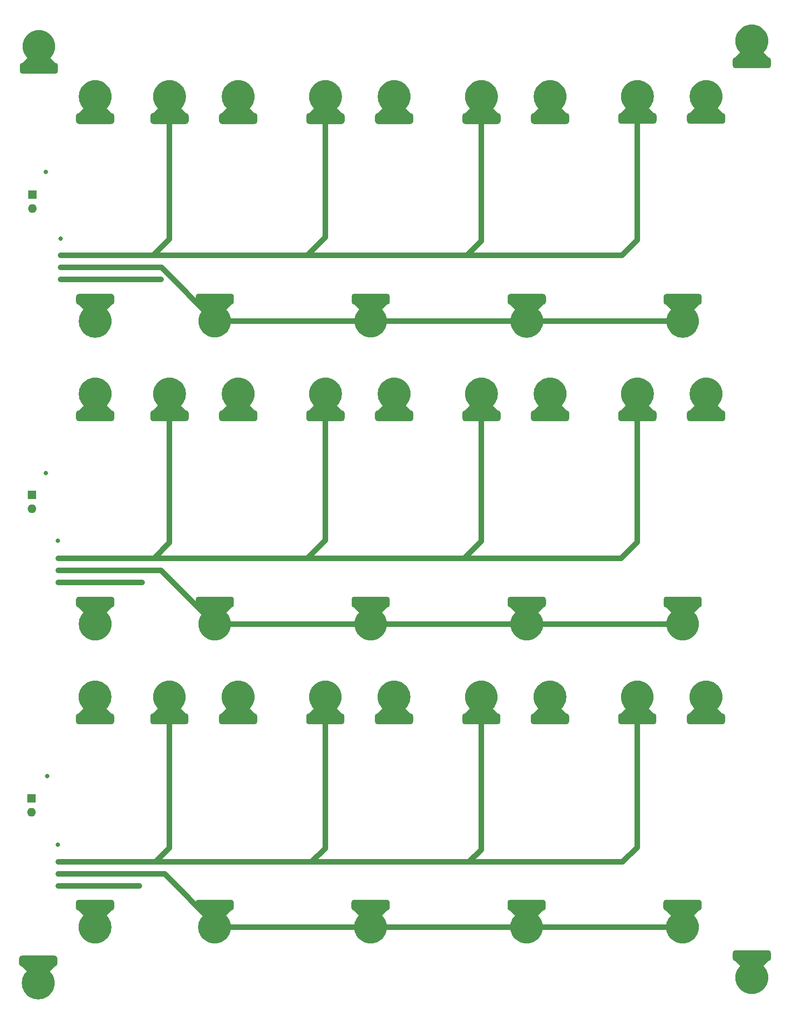
<source format=gbr>
G04 #@! TF.GenerationSoftware,KiCad,Pcbnew,(5.1.9)-1*
G04 #@! TF.CreationDate,2021-08-02T17:51:01+02:00*
G04 #@! TF.ProjectId,RelayControls-HPK,52656c61-7943-46f6-9e74-726f6c732d48,V0.1*
G04 #@! TF.SameCoordinates,Original*
G04 #@! TF.FileFunction,Copper,L2,Bot*
G04 #@! TF.FilePolarity,Positive*
%FSLAX46Y46*%
G04 Gerber Fmt 4.6, Leading zero omitted, Abs format (unit mm)*
G04 Created by KiCad (PCBNEW (5.1.9)-1) date 2021-08-02 17:51:01*
%MOMM*%
%LPD*%
G01*
G04 APERTURE LIST*
G04 #@! TA.AperFunction,ComponentPad*
%ADD10R,1.600000X1.600000*%
G04 #@! TD*
G04 #@! TA.AperFunction,ComponentPad*
%ADD11O,1.600000X1.600000*%
G04 #@! TD*
G04 #@! TA.AperFunction,ComponentPad*
%ADD12C,0.100000*%
G04 #@! TD*
G04 #@! TA.AperFunction,ViaPad*
%ADD13C,0.800000*%
G04 #@! TD*
G04 #@! TA.AperFunction,Conductor*
%ADD14C,1.000000*%
G04 #@! TD*
G04 APERTURE END LIST*
D10*
X26850000Y-56200000D03*
D11*
X26850000Y-58740000D03*
X26743629Y-113665000D03*
D10*
X26743629Y-111125000D03*
X26638629Y-166600000D03*
D11*
X26638629Y-169140000D03*
G04 #@! TA.AperFunction,ComponentPad*
D12*
G36*
X28440191Y-26192470D02*
G01*
X28728941Y-26249906D01*
X29010670Y-26335368D01*
X29282665Y-26448032D01*
X29542308Y-26586814D01*
X29787098Y-26750377D01*
X30014677Y-26937147D01*
X30222853Y-27145323D01*
X30409623Y-27372902D01*
X30573186Y-27617692D01*
X30711968Y-27877335D01*
X30824632Y-28149330D01*
X30910094Y-28431059D01*
X30967530Y-28719809D01*
X30996386Y-29012797D01*
X30996386Y-29307203D01*
X30967530Y-29600191D01*
X30910094Y-29888941D01*
X30824632Y-30170670D01*
X30711968Y-30442665D01*
X30573186Y-30702308D01*
X30409623Y-30947098D01*
X30222853Y-31174677D01*
X30118765Y-31278765D01*
X31000000Y-32160000D01*
X25000000Y-32160000D01*
X25881235Y-31278765D01*
X25777147Y-31174677D01*
X25590377Y-30947098D01*
X25426814Y-30702308D01*
X25288032Y-30442665D01*
X25175368Y-30170670D01*
X25089906Y-29888941D01*
X25032470Y-29600191D01*
X25003614Y-29307203D01*
X25003614Y-29012797D01*
X25032470Y-28719809D01*
X25089906Y-28431059D01*
X25175368Y-28149330D01*
X25288032Y-27877335D01*
X25426814Y-27617692D01*
X25590377Y-27372902D01*
X25777147Y-27145323D01*
X25985323Y-26937147D01*
X26212902Y-26750377D01*
X26457692Y-26586814D01*
X26717335Y-26448032D01*
X26989330Y-26335368D01*
X27271059Y-26249906D01*
X27559809Y-26192470D01*
X27852797Y-26163614D01*
X28147203Y-26163614D01*
X28440191Y-26192470D01*
G37*
G04 #@! TD.AperFunction*
G04 #@! TA.AperFunction,ComponentPad*
G36*
G01*
X25000000Y-32160000D02*
X31000000Y-32160000D01*
G75*
G02*
X31500000Y-32660000I0J-500000D01*
G01*
X31500000Y-33660000D01*
G75*
G02*
X31000000Y-34160000I-500000J0D01*
G01*
X25000000Y-34160000D01*
G75*
G02*
X24500000Y-33660000I0J500000D01*
G01*
X24500000Y-32660000D01*
G75*
G02*
X25000000Y-32160000I500000J0D01*
G01*
G37*
G04 #@! TD.AperFunction*
G04 #@! TA.AperFunction,ComponentPad*
G36*
X27439809Y-203257530D02*
G01*
X27151059Y-203200094D01*
X26869330Y-203114632D01*
X26597335Y-203001968D01*
X26337692Y-202863186D01*
X26092902Y-202699623D01*
X25865323Y-202512853D01*
X25657147Y-202304677D01*
X25470377Y-202077098D01*
X25306814Y-201832308D01*
X25168032Y-201572665D01*
X25055368Y-201300670D01*
X24969906Y-201018941D01*
X24912470Y-200730191D01*
X24883614Y-200437203D01*
X24883614Y-200142797D01*
X24912470Y-199849809D01*
X24969906Y-199561059D01*
X25055368Y-199279330D01*
X25168032Y-199007335D01*
X25306814Y-198747692D01*
X25470377Y-198502902D01*
X25657147Y-198275323D01*
X25761235Y-198171235D01*
X24880000Y-197290000D01*
X30880000Y-197290000D01*
X29998765Y-198171235D01*
X30102853Y-198275323D01*
X30289623Y-198502902D01*
X30453186Y-198747692D01*
X30591968Y-199007335D01*
X30704632Y-199279330D01*
X30790094Y-199561059D01*
X30847530Y-199849809D01*
X30876386Y-200142797D01*
X30876386Y-200437203D01*
X30847530Y-200730191D01*
X30790094Y-201018941D01*
X30704632Y-201300670D01*
X30591968Y-201572665D01*
X30453186Y-201832308D01*
X30289623Y-202077098D01*
X30102853Y-202304677D01*
X29894677Y-202512853D01*
X29667098Y-202699623D01*
X29422308Y-202863186D01*
X29162665Y-203001968D01*
X28890670Y-203114632D01*
X28608941Y-203200094D01*
X28320191Y-203257530D01*
X28027203Y-203286386D01*
X27732797Y-203286386D01*
X27439809Y-203257530D01*
G37*
G04 #@! TD.AperFunction*
G04 #@! TA.AperFunction,ComponentPad*
G36*
G01*
X30880000Y-197290000D02*
X24880000Y-197290000D01*
G75*
G02*
X24380000Y-196790000I0J500000D01*
G01*
X24380000Y-195790000D01*
G75*
G02*
X24880000Y-195290000I500000J0D01*
G01*
X30880000Y-195290000D01*
G75*
G02*
X31380000Y-195790000I0J-500000D01*
G01*
X31380000Y-196790000D01*
G75*
G02*
X30880000Y-197290000I-500000J0D01*
G01*
G37*
G04 #@! TD.AperFunction*
G04 #@! TA.AperFunction,ComponentPad*
G36*
X37859809Y-82344753D02*
G01*
X37571059Y-82287317D01*
X37289330Y-82201855D01*
X37017335Y-82089191D01*
X36757692Y-81950409D01*
X36512902Y-81786846D01*
X36285323Y-81600076D01*
X36077147Y-81391900D01*
X35890377Y-81164321D01*
X35726814Y-80919531D01*
X35588032Y-80659888D01*
X35475368Y-80387893D01*
X35389906Y-80106164D01*
X35332470Y-79817414D01*
X35303614Y-79524426D01*
X35303614Y-79230020D01*
X35332470Y-78937032D01*
X35389906Y-78648282D01*
X35475368Y-78366553D01*
X35588032Y-78094558D01*
X35726814Y-77834915D01*
X35890377Y-77590125D01*
X36077147Y-77362546D01*
X36181235Y-77258458D01*
X35300000Y-76377223D01*
X41300000Y-76377223D01*
X40418765Y-77258458D01*
X40522853Y-77362546D01*
X40709623Y-77590125D01*
X40873186Y-77834915D01*
X41011968Y-78094558D01*
X41124632Y-78366553D01*
X41210094Y-78648282D01*
X41267530Y-78937032D01*
X41296386Y-79230020D01*
X41296386Y-79524426D01*
X41267530Y-79817414D01*
X41210094Y-80106164D01*
X41124632Y-80387893D01*
X41011968Y-80659888D01*
X40873186Y-80919531D01*
X40709623Y-81164321D01*
X40522853Y-81391900D01*
X40314677Y-81600076D01*
X40087098Y-81786846D01*
X39842308Y-81950409D01*
X39582665Y-82089191D01*
X39310670Y-82201855D01*
X39028941Y-82287317D01*
X38740191Y-82344753D01*
X38447203Y-82373609D01*
X38152797Y-82373609D01*
X37859809Y-82344753D01*
G37*
G04 #@! TD.AperFunction*
G04 #@! TA.AperFunction,ComponentPad*
G36*
G01*
X41300000Y-76377223D02*
X35300000Y-76377223D01*
G75*
G02*
X34800000Y-75877223I0J500000D01*
G01*
X34800000Y-74877223D01*
G75*
G02*
X35300000Y-74377223I500000J0D01*
G01*
X41300000Y-74377223D01*
G75*
G02*
X41800000Y-74877223I0J-500000D01*
G01*
X41800000Y-75877223D01*
G75*
G02*
X41300000Y-76377223I-500000J0D01*
G01*
G37*
G04 #@! TD.AperFunction*
G04 #@! TA.AperFunction,ComponentPad*
G36*
G01*
X63182500Y-76340000D02*
X57182500Y-76340000D01*
G75*
G02*
X56682500Y-75840000I0J500000D01*
G01*
X56682500Y-74840000D01*
G75*
G02*
X57182500Y-74340000I500000J0D01*
G01*
X63182500Y-74340000D01*
G75*
G02*
X63682500Y-74840000I0J-500000D01*
G01*
X63682500Y-75840000D01*
G75*
G02*
X63182500Y-76340000I-500000J0D01*
G01*
G37*
G04 #@! TD.AperFunction*
G04 #@! TA.AperFunction,ComponentPad*
G36*
X59742309Y-82307530D02*
G01*
X59453559Y-82250094D01*
X59171830Y-82164632D01*
X58899835Y-82051968D01*
X58640192Y-81913186D01*
X58395402Y-81749623D01*
X58167823Y-81562853D01*
X57959647Y-81354677D01*
X57772877Y-81127098D01*
X57609314Y-80882308D01*
X57470532Y-80622665D01*
X57357868Y-80350670D01*
X57272406Y-80068941D01*
X57214970Y-79780191D01*
X57186114Y-79487203D01*
X57186114Y-79192797D01*
X57214970Y-78899809D01*
X57272406Y-78611059D01*
X57357868Y-78329330D01*
X57470532Y-78057335D01*
X57609314Y-77797692D01*
X57772877Y-77552902D01*
X57959647Y-77325323D01*
X58063735Y-77221235D01*
X57182500Y-76340000D01*
X63182500Y-76340000D01*
X62301265Y-77221235D01*
X62405353Y-77325323D01*
X62592123Y-77552902D01*
X62755686Y-77797692D01*
X62894468Y-78057335D01*
X63007132Y-78329330D01*
X63092594Y-78611059D01*
X63150030Y-78899809D01*
X63178886Y-79192797D01*
X63178886Y-79487203D01*
X63150030Y-79780191D01*
X63092594Y-80068941D01*
X63007132Y-80350670D01*
X62894468Y-80622665D01*
X62755686Y-80882308D01*
X62592123Y-81127098D01*
X62405353Y-81354677D01*
X62197177Y-81562853D01*
X61969598Y-81749623D01*
X61724808Y-81913186D01*
X61465165Y-82051968D01*
X61193170Y-82164632D01*
X60911441Y-82250094D01*
X60622691Y-82307530D01*
X60329703Y-82336386D01*
X60035297Y-82336386D01*
X59742309Y-82307530D01*
G37*
G04 #@! TD.AperFunction*
G04 #@! TA.AperFunction,ComponentPad*
G36*
G01*
X120252500Y-76377223D02*
X114252500Y-76377223D01*
G75*
G02*
X113752500Y-75877223I0J500000D01*
G01*
X113752500Y-74877223D01*
G75*
G02*
X114252500Y-74377223I500000J0D01*
G01*
X120252500Y-74377223D01*
G75*
G02*
X120752500Y-74877223I0J-500000D01*
G01*
X120752500Y-75877223D01*
G75*
G02*
X120252500Y-76377223I-500000J0D01*
G01*
G37*
G04 #@! TD.AperFunction*
G04 #@! TA.AperFunction,ComponentPad*
G36*
X116812309Y-82344753D02*
G01*
X116523559Y-82287317D01*
X116241830Y-82201855D01*
X115969835Y-82089191D01*
X115710192Y-81950409D01*
X115465402Y-81786846D01*
X115237823Y-81600076D01*
X115029647Y-81391900D01*
X114842877Y-81164321D01*
X114679314Y-80919531D01*
X114540532Y-80659888D01*
X114427868Y-80387893D01*
X114342406Y-80106164D01*
X114284970Y-79817414D01*
X114256114Y-79524426D01*
X114256114Y-79230020D01*
X114284970Y-78937032D01*
X114342406Y-78648282D01*
X114427868Y-78366553D01*
X114540532Y-78094558D01*
X114679314Y-77834915D01*
X114842877Y-77590125D01*
X115029647Y-77362546D01*
X115133735Y-77258458D01*
X114252500Y-76377223D01*
X120252500Y-76377223D01*
X119371265Y-77258458D01*
X119475353Y-77362546D01*
X119662123Y-77590125D01*
X119825686Y-77834915D01*
X119964468Y-78094558D01*
X120077132Y-78366553D01*
X120162594Y-78648282D01*
X120220030Y-78937032D01*
X120248886Y-79230020D01*
X120248886Y-79524426D01*
X120220030Y-79817414D01*
X120162594Y-80106164D01*
X120077132Y-80387893D01*
X119964468Y-80659888D01*
X119825686Y-80919531D01*
X119662123Y-81164321D01*
X119475353Y-81391900D01*
X119267177Y-81600076D01*
X119039598Y-81786846D01*
X118794808Y-81950409D01*
X118535165Y-82089191D01*
X118263170Y-82201855D01*
X117981441Y-82287317D01*
X117692691Y-82344753D01*
X117399703Y-82373609D01*
X117105297Y-82373609D01*
X116812309Y-82344753D01*
G37*
G04 #@! TD.AperFunction*
G04 #@! TA.AperFunction,ComponentPad*
G36*
X88267309Y-82307530D02*
G01*
X87978559Y-82250094D01*
X87696830Y-82164632D01*
X87424835Y-82051968D01*
X87165192Y-81913186D01*
X86920402Y-81749623D01*
X86692823Y-81562853D01*
X86484647Y-81354677D01*
X86297877Y-81127098D01*
X86134314Y-80882308D01*
X85995532Y-80622665D01*
X85882868Y-80350670D01*
X85797406Y-80068941D01*
X85739970Y-79780191D01*
X85711114Y-79487203D01*
X85711114Y-79192797D01*
X85739970Y-78899809D01*
X85797406Y-78611059D01*
X85882868Y-78329330D01*
X85995532Y-78057335D01*
X86134314Y-77797692D01*
X86297877Y-77552902D01*
X86484647Y-77325323D01*
X86588735Y-77221235D01*
X85707500Y-76340000D01*
X91707500Y-76340000D01*
X90826265Y-77221235D01*
X90930353Y-77325323D01*
X91117123Y-77552902D01*
X91280686Y-77797692D01*
X91419468Y-78057335D01*
X91532132Y-78329330D01*
X91617594Y-78611059D01*
X91675030Y-78899809D01*
X91703886Y-79192797D01*
X91703886Y-79487203D01*
X91675030Y-79780191D01*
X91617594Y-80068941D01*
X91532132Y-80350670D01*
X91419468Y-80622665D01*
X91280686Y-80882308D01*
X91117123Y-81127098D01*
X90930353Y-81354677D01*
X90722177Y-81562853D01*
X90494598Y-81749623D01*
X90249808Y-81913186D01*
X89990165Y-82051968D01*
X89718170Y-82164632D01*
X89436441Y-82250094D01*
X89147691Y-82307530D01*
X88854703Y-82336386D01*
X88560297Y-82336386D01*
X88267309Y-82307530D01*
G37*
G04 #@! TD.AperFunction*
G04 #@! TA.AperFunction,ComponentPad*
G36*
G01*
X91707500Y-76340000D02*
X85707500Y-76340000D01*
G75*
G02*
X85207500Y-75840000I0J500000D01*
G01*
X85207500Y-74840000D01*
G75*
G02*
X85707500Y-74340000I500000J0D01*
G01*
X91707500Y-74340000D01*
G75*
G02*
X92207500Y-74840000I0J-500000D01*
G01*
X92207500Y-75840000D01*
G75*
G02*
X91707500Y-76340000I-500000J0D01*
G01*
G37*
G04 #@! TD.AperFunction*
G04 #@! TA.AperFunction,ComponentPad*
G36*
X145337309Y-82344753D02*
G01*
X145048559Y-82287317D01*
X144766830Y-82201855D01*
X144494835Y-82089191D01*
X144235192Y-81950409D01*
X143990402Y-81786846D01*
X143762823Y-81600076D01*
X143554647Y-81391900D01*
X143367877Y-81164321D01*
X143204314Y-80919531D01*
X143065532Y-80659888D01*
X142952868Y-80387893D01*
X142867406Y-80106164D01*
X142809970Y-79817414D01*
X142781114Y-79524426D01*
X142781114Y-79230020D01*
X142809970Y-78937032D01*
X142867406Y-78648282D01*
X142952868Y-78366553D01*
X143065532Y-78094558D01*
X143204314Y-77834915D01*
X143367877Y-77590125D01*
X143554647Y-77362546D01*
X143658735Y-77258458D01*
X142777500Y-76377223D01*
X148777500Y-76377223D01*
X147896265Y-77258458D01*
X148000353Y-77362546D01*
X148187123Y-77590125D01*
X148350686Y-77834915D01*
X148489468Y-78094558D01*
X148602132Y-78366553D01*
X148687594Y-78648282D01*
X148745030Y-78937032D01*
X148773886Y-79230020D01*
X148773886Y-79524426D01*
X148745030Y-79817414D01*
X148687594Y-80106164D01*
X148602132Y-80387893D01*
X148489468Y-80659888D01*
X148350686Y-80919531D01*
X148187123Y-81164321D01*
X148000353Y-81391900D01*
X147792177Y-81600076D01*
X147564598Y-81786846D01*
X147319808Y-81950409D01*
X147060165Y-82089191D01*
X146788170Y-82201855D01*
X146506441Y-82287317D01*
X146217691Y-82344753D01*
X145924703Y-82373609D01*
X145630297Y-82373609D01*
X145337309Y-82344753D01*
G37*
G04 #@! TD.AperFunction*
G04 #@! TA.AperFunction,ComponentPad*
G36*
G01*
X148777500Y-76377223D02*
X142777500Y-76377223D01*
G75*
G02*
X142277500Y-75877223I0J500000D01*
G01*
X142277500Y-74877223D01*
G75*
G02*
X142777500Y-74377223I500000J0D01*
G01*
X148777500Y-74377223D01*
G75*
G02*
X149277500Y-74877223I0J-500000D01*
G01*
X149277500Y-75877223D01*
G75*
G02*
X148777500Y-76377223I-500000J0D01*
G01*
G37*
G04 #@! TD.AperFunction*
G04 #@! TA.AperFunction,ComponentPad*
G36*
G01*
X35300000Y-41332777D02*
X41300000Y-41332777D01*
G75*
G02*
X41800000Y-41832777I0J-500000D01*
G01*
X41800000Y-42832777D01*
G75*
G02*
X41300000Y-43332777I-500000J0D01*
G01*
X35300000Y-43332777D01*
G75*
G02*
X34800000Y-42832777I0J500000D01*
G01*
X34800000Y-41832777D01*
G75*
G02*
X35300000Y-41332777I500000J0D01*
G01*
G37*
G04 #@! TD.AperFunction*
G04 #@! TA.AperFunction,ComponentPad*
G36*
X38740191Y-35365247D02*
G01*
X39028941Y-35422683D01*
X39310670Y-35508145D01*
X39582665Y-35620809D01*
X39842308Y-35759591D01*
X40087098Y-35923154D01*
X40314677Y-36109924D01*
X40522853Y-36318100D01*
X40709623Y-36545679D01*
X40873186Y-36790469D01*
X41011968Y-37050112D01*
X41124632Y-37322107D01*
X41210094Y-37603836D01*
X41267530Y-37892586D01*
X41296386Y-38185574D01*
X41296386Y-38479980D01*
X41267530Y-38772968D01*
X41210094Y-39061718D01*
X41124632Y-39343447D01*
X41011968Y-39615442D01*
X40873186Y-39875085D01*
X40709623Y-40119875D01*
X40522853Y-40347454D01*
X40418765Y-40451542D01*
X41300000Y-41332777D01*
X35300000Y-41332777D01*
X36181235Y-40451542D01*
X36077147Y-40347454D01*
X35890377Y-40119875D01*
X35726814Y-39875085D01*
X35588032Y-39615442D01*
X35475368Y-39343447D01*
X35389906Y-39061718D01*
X35332470Y-38772968D01*
X35303614Y-38479980D01*
X35303614Y-38185574D01*
X35332470Y-37892586D01*
X35389906Y-37603836D01*
X35475368Y-37322107D01*
X35588032Y-37050112D01*
X35726814Y-36790469D01*
X35890377Y-36545679D01*
X36077147Y-36318100D01*
X36285323Y-36109924D01*
X36512902Y-35923154D01*
X36757692Y-35759591D01*
X37017335Y-35620809D01*
X37289330Y-35508145D01*
X37571059Y-35422683D01*
X37859809Y-35365247D01*
X38152797Y-35336391D01*
X38447203Y-35336391D01*
X38740191Y-35365247D01*
G37*
G04 #@! TD.AperFunction*
G04 #@! TA.AperFunction,ComponentPad*
G36*
X64915191Y-35365247D02*
G01*
X65203941Y-35422683D01*
X65485670Y-35508145D01*
X65757665Y-35620809D01*
X66017308Y-35759591D01*
X66262098Y-35923154D01*
X66489677Y-36109924D01*
X66697853Y-36318100D01*
X66884623Y-36545679D01*
X67048186Y-36790469D01*
X67186968Y-37050112D01*
X67299632Y-37322107D01*
X67385094Y-37603836D01*
X67442530Y-37892586D01*
X67471386Y-38185574D01*
X67471386Y-38479980D01*
X67442530Y-38772968D01*
X67385094Y-39061718D01*
X67299632Y-39343447D01*
X67186968Y-39615442D01*
X67048186Y-39875085D01*
X66884623Y-40119875D01*
X66697853Y-40347454D01*
X66593765Y-40451542D01*
X67475000Y-41332777D01*
X61475000Y-41332777D01*
X62356235Y-40451542D01*
X62252147Y-40347454D01*
X62065377Y-40119875D01*
X61901814Y-39875085D01*
X61763032Y-39615442D01*
X61650368Y-39343447D01*
X61564906Y-39061718D01*
X61507470Y-38772968D01*
X61478614Y-38479980D01*
X61478614Y-38185574D01*
X61507470Y-37892586D01*
X61564906Y-37603836D01*
X61650368Y-37322107D01*
X61763032Y-37050112D01*
X61901814Y-36790469D01*
X62065377Y-36545679D01*
X62252147Y-36318100D01*
X62460323Y-36109924D01*
X62687902Y-35923154D01*
X62932692Y-35759591D01*
X63192335Y-35620809D01*
X63464330Y-35508145D01*
X63746059Y-35422683D01*
X64034809Y-35365247D01*
X64327797Y-35336391D01*
X64622203Y-35336391D01*
X64915191Y-35365247D01*
G37*
G04 #@! TD.AperFunction*
G04 #@! TA.AperFunction,ComponentPad*
G36*
G01*
X61475000Y-41332777D02*
X67475000Y-41332777D01*
G75*
G02*
X67975000Y-41832777I0J-500000D01*
G01*
X67975000Y-42832777D01*
G75*
G02*
X67475000Y-43332777I-500000J0D01*
G01*
X61475000Y-43332777D01*
G75*
G02*
X60975000Y-42832777I0J500000D01*
G01*
X60975000Y-41832777D01*
G75*
G02*
X61475000Y-41332777I500000J0D01*
G01*
G37*
G04 #@! TD.AperFunction*
G04 #@! TA.AperFunction,ComponentPad*
G36*
G01*
X48900000Y-41332777D02*
X54900000Y-41332777D01*
G75*
G02*
X55400000Y-41832777I0J-500000D01*
G01*
X55400000Y-42832777D01*
G75*
G02*
X54900000Y-43332777I-500000J0D01*
G01*
X48900000Y-43332777D01*
G75*
G02*
X48400000Y-42832777I0J500000D01*
G01*
X48400000Y-41832777D01*
G75*
G02*
X48900000Y-41332777I500000J0D01*
G01*
G37*
G04 #@! TD.AperFunction*
G04 #@! TA.AperFunction,ComponentPad*
G36*
X52340191Y-35365247D02*
G01*
X52628941Y-35422683D01*
X52910670Y-35508145D01*
X53182665Y-35620809D01*
X53442308Y-35759591D01*
X53687098Y-35923154D01*
X53914677Y-36109924D01*
X54122853Y-36318100D01*
X54309623Y-36545679D01*
X54473186Y-36790469D01*
X54611968Y-37050112D01*
X54724632Y-37322107D01*
X54810094Y-37603836D01*
X54867530Y-37892586D01*
X54896386Y-38185574D01*
X54896386Y-38479980D01*
X54867530Y-38772968D01*
X54810094Y-39061718D01*
X54724632Y-39343447D01*
X54611968Y-39615442D01*
X54473186Y-39875085D01*
X54309623Y-40119875D01*
X54122853Y-40347454D01*
X54018765Y-40451542D01*
X54900000Y-41332777D01*
X48900000Y-41332777D01*
X49781235Y-40451542D01*
X49677147Y-40347454D01*
X49490377Y-40119875D01*
X49326814Y-39875085D01*
X49188032Y-39615442D01*
X49075368Y-39343447D01*
X48989906Y-39061718D01*
X48932470Y-38772968D01*
X48903614Y-38479980D01*
X48903614Y-38185574D01*
X48932470Y-37892586D01*
X48989906Y-37603836D01*
X49075368Y-37322107D01*
X49188032Y-37050112D01*
X49326814Y-36790469D01*
X49490377Y-36545679D01*
X49677147Y-36318100D01*
X49885323Y-36109924D01*
X50112902Y-35923154D01*
X50357692Y-35759591D01*
X50617335Y-35620809D01*
X50889330Y-35508145D01*
X51171059Y-35422683D01*
X51459809Y-35365247D01*
X51752797Y-35336391D01*
X52047203Y-35336391D01*
X52340191Y-35365247D01*
G37*
G04 #@! TD.AperFunction*
G04 #@! TA.AperFunction,ComponentPad*
G36*
X121965191Y-35365247D02*
G01*
X122253941Y-35422683D01*
X122535670Y-35508145D01*
X122807665Y-35620809D01*
X123067308Y-35759591D01*
X123312098Y-35923154D01*
X123539677Y-36109924D01*
X123747853Y-36318100D01*
X123934623Y-36545679D01*
X124098186Y-36790469D01*
X124236968Y-37050112D01*
X124349632Y-37322107D01*
X124435094Y-37603836D01*
X124492530Y-37892586D01*
X124521386Y-38185574D01*
X124521386Y-38479980D01*
X124492530Y-38772968D01*
X124435094Y-39061718D01*
X124349632Y-39343447D01*
X124236968Y-39615442D01*
X124098186Y-39875085D01*
X123934623Y-40119875D01*
X123747853Y-40347454D01*
X123643765Y-40451542D01*
X124525000Y-41332777D01*
X118525000Y-41332777D01*
X119406235Y-40451542D01*
X119302147Y-40347454D01*
X119115377Y-40119875D01*
X118951814Y-39875085D01*
X118813032Y-39615442D01*
X118700368Y-39343447D01*
X118614906Y-39061718D01*
X118557470Y-38772968D01*
X118528614Y-38479980D01*
X118528614Y-38185574D01*
X118557470Y-37892586D01*
X118614906Y-37603836D01*
X118700368Y-37322107D01*
X118813032Y-37050112D01*
X118951814Y-36790469D01*
X119115377Y-36545679D01*
X119302147Y-36318100D01*
X119510323Y-36109924D01*
X119737902Y-35923154D01*
X119982692Y-35759591D01*
X120242335Y-35620809D01*
X120514330Y-35508145D01*
X120796059Y-35422683D01*
X121084809Y-35365247D01*
X121377797Y-35336391D01*
X121672203Y-35336391D01*
X121965191Y-35365247D01*
G37*
G04 #@! TD.AperFunction*
G04 #@! TA.AperFunction,ComponentPad*
G36*
G01*
X118525000Y-41332777D02*
X124525000Y-41332777D01*
G75*
G02*
X125025000Y-41832777I0J-500000D01*
G01*
X125025000Y-42832777D01*
G75*
G02*
X124525000Y-43332777I-500000J0D01*
G01*
X118525000Y-43332777D01*
G75*
G02*
X118025000Y-42832777I0J500000D01*
G01*
X118025000Y-41832777D01*
G75*
G02*
X118525000Y-41332777I500000J0D01*
G01*
G37*
G04 #@! TD.AperFunction*
G04 #@! TA.AperFunction,ComponentPad*
G36*
G01*
X105970000Y-41332777D02*
X111970000Y-41332777D01*
G75*
G02*
X112470000Y-41832777I0J-500000D01*
G01*
X112470000Y-42832777D01*
G75*
G02*
X111970000Y-43332777I-500000J0D01*
G01*
X105970000Y-43332777D01*
G75*
G02*
X105470000Y-42832777I0J500000D01*
G01*
X105470000Y-41832777D01*
G75*
G02*
X105970000Y-41332777I500000J0D01*
G01*
G37*
G04 #@! TD.AperFunction*
G04 #@! TA.AperFunction,ComponentPad*
G36*
X109410191Y-35365247D02*
G01*
X109698941Y-35422683D01*
X109980670Y-35508145D01*
X110252665Y-35620809D01*
X110512308Y-35759591D01*
X110757098Y-35923154D01*
X110984677Y-36109924D01*
X111192853Y-36318100D01*
X111379623Y-36545679D01*
X111543186Y-36790469D01*
X111681968Y-37050112D01*
X111794632Y-37322107D01*
X111880094Y-37603836D01*
X111937530Y-37892586D01*
X111966386Y-38185574D01*
X111966386Y-38479980D01*
X111937530Y-38772968D01*
X111880094Y-39061718D01*
X111794632Y-39343447D01*
X111681968Y-39615442D01*
X111543186Y-39875085D01*
X111379623Y-40119875D01*
X111192853Y-40347454D01*
X111088765Y-40451542D01*
X111970000Y-41332777D01*
X105970000Y-41332777D01*
X106851235Y-40451542D01*
X106747147Y-40347454D01*
X106560377Y-40119875D01*
X106396814Y-39875085D01*
X106258032Y-39615442D01*
X106145368Y-39343447D01*
X106059906Y-39061718D01*
X106002470Y-38772968D01*
X105973614Y-38479980D01*
X105973614Y-38185574D01*
X106002470Y-37892586D01*
X106059906Y-37603836D01*
X106145368Y-37322107D01*
X106258032Y-37050112D01*
X106396814Y-36790469D01*
X106560377Y-36545679D01*
X106747147Y-36318100D01*
X106955323Y-36109924D01*
X107182902Y-35923154D01*
X107427692Y-35759591D01*
X107687335Y-35620809D01*
X107959330Y-35508145D01*
X108241059Y-35422683D01*
X108529809Y-35365247D01*
X108822797Y-35336391D01*
X109117203Y-35336391D01*
X109410191Y-35365247D01*
G37*
G04 #@! TD.AperFunction*
G04 #@! TA.AperFunction,ComponentPad*
G36*
G01*
X90000000Y-41332777D02*
X96000000Y-41332777D01*
G75*
G02*
X96500000Y-41832777I0J-500000D01*
G01*
X96500000Y-42832777D01*
G75*
G02*
X96000000Y-43332777I-500000J0D01*
G01*
X90000000Y-43332777D01*
G75*
G02*
X89500000Y-42832777I0J500000D01*
G01*
X89500000Y-41832777D01*
G75*
G02*
X90000000Y-41332777I500000J0D01*
G01*
G37*
G04 #@! TD.AperFunction*
G04 #@! TA.AperFunction,ComponentPad*
G36*
X93440191Y-35365247D02*
G01*
X93728941Y-35422683D01*
X94010670Y-35508145D01*
X94282665Y-35620809D01*
X94542308Y-35759591D01*
X94787098Y-35923154D01*
X95014677Y-36109924D01*
X95222853Y-36318100D01*
X95409623Y-36545679D01*
X95573186Y-36790469D01*
X95711968Y-37050112D01*
X95824632Y-37322107D01*
X95910094Y-37603836D01*
X95967530Y-37892586D01*
X95996386Y-38185574D01*
X95996386Y-38479980D01*
X95967530Y-38772968D01*
X95910094Y-39061718D01*
X95824632Y-39343447D01*
X95711968Y-39615442D01*
X95573186Y-39875085D01*
X95409623Y-40119875D01*
X95222853Y-40347454D01*
X95118765Y-40451542D01*
X96000000Y-41332777D01*
X90000000Y-41332777D01*
X90881235Y-40451542D01*
X90777147Y-40347454D01*
X90590377Y-40119875D01*
X90426814Y-39875085D01*
X90288032Y-39615442D01*
X90175368Y-39343447D01*
X90089906Y-39061718D01*
X90032470Y-38772968D01*
X90003614Y-38479980D01*
X90003614Y-38185574D01*
X90032470Y-37892586D01*
X90089906Y-37603836D01*
X90175368Y-37322107D01*
X90288032Y-37050112D01*
X90426814Y-36790469D01*
X90590377Y-36545679D01*
X90777147Y-36318100D01*
X90985323Y-36109924D01*
X91212902Y-35923154D01*
X91457692Y-35759591D01*
X91717335Y-35620809D01*
X91989330Y-35508145D01*
X92271059Y-35422683D01*
X92559809Y-35365247D01*
X92852797Y-35336391D01*
X93147203Y-35336391D01*
X93440191Y-35365247D01*
G37*
G04 #@! TD.AperFunction*
G04 #@! TA.AperFunction,ComponentPad*
G36*
X80865191Y-35365247D02*
G01*
X81153941Y-35422683D01*
X81435670Y-35508145D01*
X81707665Y-35620809D01*
X81967308Y-35759591D01*
X82212098Y-35923154D01*
X82439677Y-36109924D01*
X82647853Y-36318100D01*
X82834623Y-36545679D01*
X82998186Y-36790469D01*
X83136968Y-37050112D01*
X83249632Y-37322107D01*
X83335094Y-37603836D01*
X83392530Y-37892586D01*
X83421386Y-38185574D01*
X83421386Y-38479980D01*
X83392530Y-38772968D01*
X83335094Y-39061718D01*
X83249632Y-39343447D01*
X83136968Y-39615442D01*
X82998186Y-39875085D01*
X82834623Y-40119875D01*
X82647853Y-40347454D01*
X82543765Y-40451542D01*
X83425000Y-41332777D01*
X77425000Y-41332777D01*
X78306235Y-40451542D01*
X78202147Y-40347454D01*
X78015377Y-40119875D01*
X77851814Y-39875085D01*
X77713032Y-39615442D01*
X77600368Y-39343447D01*
X77514906Y-39061718D01*
X77457470Y-38772968D01*
X77428614Y-38479980D01*
X77428614Y-38185574D01*
X77457470Y-37892586D01*
X77514906Y-37603836D01*
X77600368Y-37322107D01*
X77713032Y-37050112D01*
X77851814Y-36790469D01*
X78015377Y-36545679D01*
X78202147Y-36318100D01*
X78410323Y-36109924D01*
X78637902Y-35923154D01*
X78882692Y-35759591D01*
X79142335Y-35620809D01*
X79414330Y-35508145D01*
X79696059Y-35422683D01*
X79984809Y-35365247D01*
X80277797Y-35336391D01*
X80572203Y-35336391D01*
X80865191Y-35365247D01*
G37*
G04 #@! TD.AperFunction*
G04 #@! TA.AperFunction,ComponentPad*
G36*
G01*
X77425000Y-41332777D02*
X83425000Y-41332777D01*
G75*
G02*
X83925000Y-41832777I0J-500000D01*
G01*
X83925000Y-42832777D01*
G75*
G02*
X83425000Y-43332777I-500000J0D01*
G01*
X77425000Y-43332777D01*
G75*
G02*
X76925000Y-42832777I0J500000D01*
G01*
X76925000Y-41832777D01*
G75*
G02*
X77425000Y-41332777I500000J0D01*
G01*
G37*
G04 #@! TD.AperFunction*
G04 #@! TA.AperFunction,ComponentPad*
G36*
G01*
X147070000Y-41300000D02*
X153070000Y-41300000D01*
G75*
G02*
X153570000Y-41800000I0J-500000D01*
G01*
X153570000Y-42800000D01*
G75*
G02*
X153070000Y-43300000I-500000J0D01*
G01*
X147070000Y-43300000D01*
G75*
G02*
X146570000Y-42800000I0J500000D01*
G01*
X146570000Y-41800000D01*
G75*
G02*
X147070000Y-41300000I500000J0D01*
G01*
G37*
G04 #@! TD.AperFunction*
G04 #@! TA.AperFunction,ComponentPad*
G36*
X150510191Y-35332470D02*
G01*
X150798941Y-35389906D01*
X151080670Y-35475368D01*
X151352665Y-35588032D01*
X151612308Y-35726814D01*
X151857098Y-35890377D01*
X152084677Y-36077147D01*
X152292853Y-36285323D01*
X152479623Y-36512902D01*
X152643186Y-36757692D01*
X152781968Y-37017335D01*
X152894632Y-37289330D01*
X152980094Y-37571059D01*
X153037530Y-37859809D01*
X153066386Y-38152797D01*
X153066386Y-38447203D01*
X153037530Y-38740191D01*
X152980094Y-39028941D01*
X152894632Y-39310670D01*
X152781968Y-39582665D01*
X152643186Y-39842308D01*
X152479623Y-40087098D01*
X152292853Y-40314677D01*
X152188765Y-40418765D01*
X153070000Y-41300000D01*
X147070000Y-41300000D01*
X147951235Y-40418765D01*
X147847147Y-40314677D01*
X147660377Y-40087098D01*
X147496814Y-39842308D01*
X147358032Y-39582665D01*
X147245368Y-39310670D01*
X147159906Y-39028941D01*
X147102470Y-38740191D01*
X147073614Y-38447203D01*
X147073614Y-38152797D01*
X147102470Y-37859809D01*
X147159906Y-37571059D01*
X147245368Y-37289330D01*
X147358032Y-37017335D01*
X147496814Y-36757692D01*
X147660377Y-36512902D01*
X147847147Y-36285323D01*
X148055323Y-36077147D01*
X148282902Y-35890377D01*
X148527692Y-35726814D01*
X148787335Y-35588032D01*
X149059330Y-35475368D01*
X149341059Y-35389906D01*
X149629809Y-35332470D01*
X149922797Y-35303614D01*
X150217203Y-35303614D01*
X150510191Y-35332470D01*
G37*
G04 #@! TD.AperFunction*
G04 #@! TA.AperFunction,ComponentPad*
G36*
X137935191Y-35332470D02*
G01*
X138223941Y-35389906D01*
X138505670Y-35475368D01*
X138777665Y-35588032D01*
X139037308Y-35726814D01*
X139282098Y-35890377D01*
X139509677Y-36077147D01*
X139717853Y-36285323D01*
X139904623Y-36512902D01*
X140068186Y-36757692D01*
X140206968Y-37017335D01*
X140319632Y-37289330D01*
X140405094Y-37571059D01*
X140462530Y-37859809D01*
X140491386Y-38152797D01*
X140491386Y-38447203D01*
X140462530Y-38740191D01*
X140405094Y-39028941D01*
X140319632Y-39310670D01*
X140206968Y-39582665D01*
X140068186Y-39842308D01*
X139904623Y-40087098D01*
X139717853Y-40314677D01*
X139613765Y-40418765D01*
X140495000Y-41300000D01*
X134495000Y-41300000D01*
X135376235Y-40418765D01*
X135272147Y-40314677D01*
X135085377Y-40087098D01*
X134921814Y-39842308D01*
X134783032Y-39582665D01*
X134670368Y-39310670D01*
X134584906Y-39028941D01*
X134527470Y-38740191D01*
X134498614Y-38447203D01*
X134498614Y-38152797D01*
X134527470Y-37859809D01*
X134584906Y-37571059D01*
X134670368Y-37289330D01*
X134783032Y-37017335D01*
X134921814Y-36757692D01*
X135085377Y-36512902D01*
X135272147Y-36285323D01*
X135480323Y-36077147D01*
X135707902Y-35890377D01*
X135952692Y-35726814D01*
X136212335Y-35588032D01*
X136484330Y-35475368D01*
X136766059Y-35389906D01*
X137054809Y-35332470D01*
X137347797Y-35303614D01*
X137642203Y-35303614D01*
X137935191Y-35332470D01*
G37*
G04 #@! TD.AperFunction*
G04 #@! TA.AperFunction,ComponentPad*
G36*
G01*
X134495000Y-41300000D02*
X140495000Y-41300000D01*
G75*
G02*
X140995000Y-41800000I0J-500000D01*
G01*
X140995000Y-42800000D01*
G75*
G02*
X140495000Y-43300000I-500000J0D01*
G01*
X134495000Y-43300000D01*
G75*
G02*
X133995000Y-42800000I0J500000D01*
G01*
X133995000Y-41800000D01*
G75*
G02*
X134495000Y-41300000I500000J0D01*
G01*
G37*
G04 #@! TD.AperFunction*
G04 #@! TA.AperFunction,ComponentPad*
G36*
G01*
X41300000Y-131697223D02*
X35300000Y-131697223D01*
G75*
G02*
X34800000Y-131197223I0J500000D01*
G01*
X34800000Y-130197223D01*
G75*
G02*
X35300000Y-129697223I500000J0D01*
G01*
X41300000Y-129697223D01*
G75*
G02*
X41800000Y-130197223I0J-500000D01*
G01*
X41800000Y-131197223D01*
G75*
G02*
X41300000Y-131697223I-500000J0D01*
G01*
G37*
G04 #@! TD.AperFunction*
G04 #@! TA.AperFunction,ComponentPad*
G36*
X37859809Y-137664753D02*
G01*
X37571059Y-137607317D01*
X37289330Y-137521855D01*
X37017335Y-137409191D01*
X36757692Y-137270409D01*
X36512902Y-137106846D01*
X36285323Y-136920076D01*
X36077147Y-136711900D01*
X35890377Y-136484321D01*
X35726814Y-136239531D01*
X35588032Y-135979888D01*
X35475368Y-135707893D01*
X35389906Y-135426164D01*
X35332470Y-135137414D01*
X35303614Y-134844426D01*
X35303614Y-134550020D01*
X35332470Y-134257032D01*
X35389906Y-133968282D01*
X35475368Y-133686553D01*
X35588032Y-133414558D01*
X35726814Y-133154915D01*
X35890377Y-132910125D01*
X36077147Y-132682546D01*
X36181235Y-132578458D01*
X35300000Y-131697223D01*
X41300000Y-131697223D01*
X40418765Y-132578458D01*
X40522853Y-132682546D01*
X40709623Y-132910125D01*
X40873186Y-133154915D01*
X41011968Y-133414558D01*
X41124632Y-133686553D01*
X41210094Y-133968282D01*
X41267530Y-134257032D01*
X41296386Y-134550020D01*
X41296386Y-134844426D01*
X41267530Y-135137414D01*
X41210094Y-135426164D01*
X41124632Y-135707893D01*
X41011968Y-135979888D01*
X40873186Y-136239531D01*
X40709623Y-136484321D01*
X40522853Y-136711900D01*
X40314677Y-136920076D01*
X40087098Y-137106846D01*
X39842308Y-137270409D01*
X39582665Y-137409191D01*
X39310670Y-137521855D01*
X39028941Y-137607317D01*
X38740191Y-137664753D01*
X38447203Y-137693609D01*
X38152797Y-137693609D01*
X37859809Y-137664753D01*
G37*
G04 #@! TD.AperFunction*
G04 #@! TA.AperFunction,ComponentPad*
G36*
G01*
X120252500Y-131697223D02*
X114252500Y-131697223D01*
G75*
G02*
X113752500Y-131197223I0J500000D01*
G01*
X113752500Y-130197223D01*
G75*
G02*
X114252500Y-129697223I500000J0D01*
G01*
X120252500Y-129697223D01*
G75*
G02*
X120752500Y-130197223I0J-500000D01*
G01*
X120752500Y-131197223D01*
G75*
G02*
X120252500Y-131697223I-500000J0D01*
G01*
G37*
G04 #@! TD.AperFunction*
G04 #@! TA.AperFunction,ComponentPad*
G36*
X116812309Y-137664753D02*
G01*
X116523559Y-137607317D01*
X116241830Y-137521855D01*
X115969835Y-137409191D01*
X115710192Y-137270409D01*
X115465402Y-137106846D01*
X115237823Y-136920076D01*
X115029647Y-136711900D01*
X114842877Y-136484321D01*
X114679314Y-136239531D01*
X114540532Y-135979888D01*
X114427868Y-135707893D01*
X114342406Y-135426164D01*
X114284970Y-135137414D01*
X114256114Y-134844426D01*
X114256114Y-134550020D01*
X114284970Y-134257032D01*
X114342406Y-133968282D01*
X114427868Y-133686553D01*
X114540532Y-133414558D01*
X114679314Y-133154915D01*
X114842877Y-132910125D01*
X115029647Y-132682546D01*
X115133735Y-132578458D01*
X114252500Y-131697223D01*
X120252500Y-131697223D01*
X119371265Y-132578458D01*
X119475353Y-132682546D01*
X119662123Y-132910125D01*
X119825686Y-133154915D01*
X119964468Y-133414558D01*
X120077132Y-133686553D01*
X120162594Y-133968282D01*
X120220030Y-134257032D01*
X120248886Y-134550020D01*
X120248886Y-134844426D01*
X120220030Y-135137414D01*
X120162594Y-135426164D01*
X120077132Y-135707893D01*
X119964468Y-135979888D01*
X119825686Y-136239531D01*
X119662123Y-136484321D01*
X119475353Y-136711900D01*
X119267177Y-136920076D01*
X119039598Y-137106846D01*
X118794808Y-137270409D01*
X118535165Y-137409191D01*
X118263170Y-137521855D01*
X117981441Y-137607317D01*
X117692691Y-137664753D01*
X117399703Y-137693609D01*
X117105297Y-137693609D01*
X116812309Y-137664753D01*
G37*
G04 #@! TD.AperFunction*
G04 #@! TA.AperFunction,ComponentPad*
G36*
X59742309Y-137664753D02*
G01*
X59453559Y-137607317D01*
X59171830Y-137521855D01*
X58899835Y-137409191D01*
X58640192Y-137270409D01*
X58395402Y-137106846D01*
X58167823Y-136920076D01*
X57959647Y-136711900D01*
X57772877Y-136484321D01*
X57609314Y-136239531D01*
X57470532Y-135979888D01*
X57357868Y-135707893D01*
X57272406Y-135426164D01*
X57214970Y-135137414D01*
X57186114Y-134844426D01*
X57186114Y-134550020D01*
X57214970Y-134257032D01*
X57272406Y-133968282D01*
X57357868Y-133686553D01*
X57470532Y-133414558D01*
X57609314Y-133154915D01*
X57772877Y-132910125D01*
X57959647Y-132682546D01*
X58063735Y-132578458D01*
X57182500Y-131697223D01*
X63182500Y-131697223D01*
X62301265Y-132578458D01*
X62405353Y-132682546D01*
X62592123Y-132910125D01*
X62755686Y-133154915D01*
X62894468Y-133414558D01*
X63007132Y-133686553D01*
X63092594Y-133968282D01*
X63150030Y-134257032D01*
X63178886Y-134550020D01*
X63178886Y-134844426D01*
X63150030Y-135137414D01*
X63092594Y-135426164D01*
X63007132Y-135707893D01*
X62894468Y-135979888D01*
X62755686Y-136239531D01*
X62592123Y-136484321D01*
X62405353Y-136711900D01*
X62197177Y-136920076D01*
X61969598Y-137106846D01*
X61724808Y-137270409D01*
X61465165Y-137409191D01*
X61193170Y-137521855D01*
X60911441Y-137607317D01*
X60622691Y-137664753D01*
X60329703Y-137693609D01*
X60035297Y-137693609D01*
X59742309Y-137664753D01*
G37*
G04 #@! TD.AperFunction*
G04 #@! TA.AperFunction,ComponentPad*
G36*
G01*
X63182500Y-131697223D02*
X57182500Y-131697223D01*
G75*
G02*
X56682500Y-131197223I0J500000D01*
G01*
X56682500Y-130197223D01*
G75*
G02*
X57182500Y-129697223I500000J0D01*
G01*
X63182500Y-129697223D01*
G75*
G02*
X63682500Y-130197223I0J-500000D01*
G01*
X63682500Y-131197223D01*
G75*
G02*
X63182500Y-131697223I-500000J0D01*
G01*
G37*
G04 #@! TD.AperFunction*
G04 #@! TA.AperFunction,ComponentPad*
G36*
G01*
X91700000Y-131697223D02*
X85700000Y-131697223D01*
G75*
G02*
X85200000Y-131197223I0J500000D01*
G01*
X85200000Y-130197223D01*
G75*
G02*
X85700000Y-129697223I500000J0D01*
G01*
X91700000Y-129697223D01*
G75*
G02*
X92200000Y-130197223I0J-500000D01*
G01*
X92200000Y-131197223D01*
G75*
G02*
X91700000Y-131697223I-500000J0D01*
G01*
G37*
G04 #@! TD.AperFunction*
G04 #@! TA.AperFunction,ComponentPad*
G36*
X88259809Y-137664753D02*
G01*
X87971059Y-137607317D01*
X87689330Y-137521855D01*
X87417335Y-137409191D01*
X87157692Y-137270409D01*
X86912902Y-137106846D01*
X86685323Y-136920076D01*
X86477147Y-136711900D01*
X86290377Y-136484321D01*
X86126814Y-136239531D01*
X85988032Y-135979888D01*
X85875368Y-135707893D01*
X85789906Y-135426164D01*
X85732470Y-135137414D01*
X85703614Y-134844426D01*
X85703614Y-134550020D01*
X85732470Y-134257032D01*
X85789906Y-133968282D01*
X85875368Y-133686553D01*
X85988032Y-133414558D01*
X86126814Y-133154915D01*
X86290377Y-132910125D01*
X86477147Y-132682546D01*
X86581235Y-132578458D01*
X85700000Y-131697223D01*
X91700000Y-131697223D01*
X90818765Y-132578458D01*
X90922853Y-132682546D01*
X91109623Y-132910125D01*
X91273186Y-133154915D01*
X91411968Y-133414558D01*
X91524632Y-133686553D01*
X91610094Y-133968282D01*
X91667530Y-134257032D01*
X91696386Y-134550020D01*
X91696386Y-134844426D01*
X91667530Y-135137414D01*
X91610094Y-135426164D01*
X91524632Y-135707893D01*
X91411968Y-135979888D01*
X91273186Y-136239531D01*
X91109623Y-136484321D01*
X90922853Y-136711900D01*
X90714677Y-136920076D01*
X90487098Y-137106846D01*
X90242308Y-137270409D01*
X89982665Y-137409191D01*
X89710670Y-137521855D01*
X89428941Y-137607317D01*
X89140191Y-137664753D01*
X88847203Y-137693609D01*
X88552797Y-137693609D01*
X88259809Y-137664753D01*
G37*
G04 #@! TD.AperFunction*
G04 #@! TA.AperFunction,ComponentPad*
G36*
G01*
X148777500Y-131697223D02*
X142777500Y-131697223D01*
G75*
G02*
X142277500Y-131197223I0J500000D01*
G01*
X142277500Y-130197223D01*
G75*
G02*
X142777500Y-129697223I500000J0D01*
G01*
X148777500Y-129697223D01*
G75*
G02*
X149277500Y-130197223I0J-500000D01*
G01*
X149277500Y-131197223D01*
G75*
G02*
X148777500Y-131697223I-500000J0D01*
G01*
G37*
G04 #@! TD.AperFunction*
G04 #@! TA.AperFunction,ComponentPad*
G36*
X145337309Y-137664753D02*
G01*
X145048559Y-137607317D01*
X144766830Y-137521855D01*
X144494835Y-137409191D01*
X144235192Y-137270409D01*
X143990402Y-137106846D01*
X143762823Y-136920076D01*
X143554647Y-136711900D01*
X143367877Y-136484321D01*
X143204314Y-136239531D01*
X143065532Y-135979888D01*
X142952868Y-135707893D01*
X142867406Y-135426164D01*
X142809970Y-135137414D01*
X142781114Y-134844426D01*
X142781114Y-134550020D01*
X142809970Y-134257032D01*
X142867406Y-133968282D01*
X142952868Y-133686553D01*
X143065532Y-133414558D01*
X143204314Y-133154915D01*
X143367877Y-132910125D01*
X143554647Y-132682546D01*
X143658735Y-132578458D01*
X142777500Y-131697223D01*
X148777500Y-131697223D01*
X147896265Y-132578458D01*
X148000353Y-132682546D01*
X148187123Y-132910125D01*
X148350686Y-133154915D01*
X148489468Y-133414558D01*
X148602132Y-133686553D01*
X148687594Y-133968282D01*
X148745030Y-134257032D01*
X148773886Y-134550020D01*
X148773886Y-134844426D01*
X148745030Y-135137414D01*
X148687594Y-135426164D01*
X148602132Y-135707893D01*
X148489468Y-135979888D01*
X148350686Y-136239531D01*
X148187123Y-136484321D01*
X148000353Y-136711900D01*
X147792177Y-136920076D01*
X147564598Y-137106846D01*
X147319808Y-137270409D01*
X147060165Y-137409191D01*
X146788170Y-137521855D01*
X146506441Y-137607317D01*
X146217691Y-137664753D01*
X145924703Y-137693609D01*
X145630297Y-137693609D01*
X145337309Y-137664753D01*
G37*
G04 #@! TD.AperFunction*
G04 #@! TA.AperFunction,ComponentPad*
G36*
X38740191Y-89685247D02*
G01*
X39028941Y-89742683D01*
X39310670Y-89828145D01*
X39582665Y-89940809D01*
X39842308Y-90079591D01*
X40087098Y-90243154D01*
X40314677Y-90429924D01*
X40522853Y-90638100D01*
X40709623Y-90865679D01*
X40873186Y-91110469D01*
X41011968Y-91370112D01*
X41124632Y-91642107D01*
X41210094Y-91923836D01*
X41267530Y-92212586D01*
X41296386Y-92505574D01*
X41296386Y-92799980D01*
X41267530Y-93092968D01*
X41210094Y-93381718D01*
X41124632Y-93663447D01*
X41011968Y-93935442D01*
X40873186Y-94195085D01*
X40709623Y-94439875D01*
X40522853Y-94667454D01*
X40418765Y-94771542D01*
X41300000Y-95652777D01*
X35300000Y-95652777D01*
X36181235Y-94771542D01*
X36077147Y-94667454D01*
X35890377Y-94439875D01*
X35726814Y-94195085D01*
X35588032Y-93935442D01*
X35475368Y-93663447D01*
X35389906Y-93381718D01*
X35332470Y-93092968D01*
X35303614Y-92799980D01*
X35303614Y-92505574D01*
X35332470Y-92212586D01*
X35389906Y-91923836D01*
X35475368Y-91642107D01*
X35588032Y-91370112D01*
X35726814Y-91110469D01*
X35890377Y-90865679D01*
X36077147Y-90638100D01*
X36285323Y-90429924D01*
X36512902Y-90243154D01*
X36757692Y-90079591D01*
X37017335Y-89940809D01*
X37289330Y-89828145D01*
X37571059Y-89742683D01*
X37859809Y-89685247D01*
X38152797Y-89656391D01*
X38447203Y-89656391D01*
X38740191Y-89685247D01*
G37*
G04 #@! TD.AperFunction*
G04 #@! TA.AperFunction,ComponentPad*
G36*
G01*
X35300000Y-95652777D02*
X41300000Y-95652777D01*
G75*
G02*
X41800000Y-96152777I0J-500000D01*
G01*
X41800000Y-97152777D01*
G75*
G02*
X41300000Y-97652777I-500000J0D01*
G01*
X35300000Y-97652777D01*
G75*
G02*
X34800000Y-97152777I0J500000D01*
G01*
X34800000Y-96152777D01*
G75*
G02*
X35300000Y-95652777I500000J0D01*
G01*
G37*
G04 #@! TD.AperFunction*
G04 #@! TA.AperFunction,ComponentPad*
G36*
X121965191Y-89685247D02*
G01*
X122253941Y-89742683D01*
X122535670Y-89828145D01*
X122807665Y-89940809D01*
X123067308Y-90079591D01*
X123312098Y-90243154D01*
X123539677Y-90429924D01*
X123747853Y-90638100D01*
X123934623Y-90865679D01*
X124098186Y-91110469D01*
X124236968Y-91370112D01*
X124349632Y-91642107D01*
X124435094Y-91923836D01*
X124492530Y-92212586D01*
X124521386Y-92505574D01*
X124521386Y-92799980D01*
X124492530Y-93092968D01*
X124435094Y-93381718D01*
X124349632Y-93663447D01*
X124236968Y-93935442D01*
X124098186Y-94195085D01*
X123934623Y-94439875D01*
X123747853Y-94667454D01*
X123643765Y-94771542D01*
X124525000Y-95652777D01*
X118525000Y-95652777D01*
X119406235Y-94771542D01*
X119302147Y-94667454D01*
X119115377Y-94439875D01*
X118951814Y-94195085D01*
X118813032Y-93935442D01*
X118700368Y-93663447D01*
X118614906Y-93381718D01*
X118557470Y-93092968D01*
X118528614Y-92799980D01*
X118528614Y-92505574D01*
X118557470Y-92212586D01*
X118614906Y-91923836D01*
X118700368Y-91642107D01*
X118813032Y-91370112D01*
X118951814Y-91110469D01*
X119115377Y-90865679D01*
X119302147Y-90638100D01*
X119510323Y-90429924D01*
X119737902Y-90243154D01*
X119982692Y-90079591D01*
X120242335Y-89940809D01*
X120514330Y-89828145D01*
X120796059Y-89742683D01*
X121084809Y-89685247D01*
X121377797Y-89656391D01*
X121672203Y-89656391D01*
X121965191Y-89685247D01*
G37*
G04 #@! TD.AperFunction*
G04 #@! TA.AperFunction,ComponentPad*
G36*
G01*
X118525000Y-95652777D02*
X124525000Y-95652777D01*
G75*
G02*
X125025000Y-96152777I0J-500000D01*
G01*
X125025000Y-97152777D01*
G75*
G02*
X124525000Y-97652777I-500000J0D01*
G01*
X118525000Y-97652777D01*
G75*
G02*
X118025000Y-97152777I0J500000D01*
G01*
X118025000Y-96152777D01*
G75*
G02*
X118525000Y-95652777I500000J0D01*
G01*
G37*
G04 #@! TD.AperFunction*
G04 #@! TA.AperFunction,ComponentPad*
G36*
G01*
X105970000Y-95652777D02*
X111970000Y-95652777D01*
G75*
G02*
X112470000Y-96152777I0J-500000D01*
G01*
X112470000Y-97152777D01*
G75*
G02*
X111970000Y-97652777I-500000J0D01*
G01*
X105970000Y-97652777D01*
G75*
G02*
X105470000Y-97152777I0J500000D01*
G01*
X105470000Y-96152777D01*
G75*
G02*
X105970000Y-95652777I500000J0D01*
G01*
G37*
G04 #@! TD.AperFunction*
G04 #@! TA.AperFunction,ComponentPad*
G36*
X109410191Y-89685247D02*
G01*
X109698941Y-89742683D01*
X109980670Y-89828145D01*
X110252665Y-89940809D01*
X110512308Y-90079591D01*
X110757098Y-90243154D01*
X110984677Y-90429924D01*
X111192853Y-90638100D01*
X111379623Y-90865679D01*
X111543186Y-91110469D01*
X111681968Y-91370112D01*
X111794632Y-91642107D01*
X111880094Y-91923836D01*
X111937530Y-92212586D01*
X111966386Y-92505574D01*
X111966386Y-92799980D01*
X111937530Y-93092968D01*
X111880094Y-93381718D01*
X111794632Y-93663447D01*
X111681968Y-93935442D01*
X111543186Y-94195085D01*
X111379623Y-94439875D01*
X111192853Y-94667454D01*
X111088765Y-94771542D01*
X111970000Y-95652777D01*
X105970000Y-95652777D01*
X106851235Y-94771542D01*
X106747147Y-94667454D01*
X106560377Y-94439875D01*
X106396814Y-94195085D01*
X106258032Y-93935442D01*
X106145368Y-93663447D01*
X106059906Y-93381718D01*
X106002470Y-93092968D01*
X105973614Y-92799980D01*
X105973614Y-92505574D01*
X106002470Y-92212586D01*
X106059906Y-91923836D01*
X106145368Y-91642107D01*
X106258032Y-91370112D01*
X106396814Y-91110469D01*
X106560377Y-90865679D01*
X106747147Y-90638100D01*
X106955323Y-90429924D01*
X107182902Y-90243154D01*
X107427692Y-90079591D01*
X107687335Y-89940809D01*
X107959330Y-89828145D01*
X108241059Y-89742683D01*
X108529809Y-89685247D01*
X108822797Y-89656391D01*
X109117203Y-89656391D01*
X109410191Y-89685247D01*
G37*
G04 #@! TD.AperFunction*
G04 #@! TA.AperFunction,ComponentPad*
G36*
G01*
X61475000Y-95652777D02*
X67475000Y-95652777D01*
G75*
G02*
X67975000Y-96152777I0J-500000D01*
G01*
X67975000Y-97152777D01*
G75*
G02*
X67475000Y-97652777I-500000J0D01*
G01*
X61475000Y-97652777D01*
G75*
G02*
X60975000Y-97152777I0J500000D01*
G01*
X60975000Y-96152777D01*
G75*
G02*
X61475000Y-95652777I500000J0D01*
G01*
G37*
G04 #@! TD.AperFunction*
G04 #@! TA.AperFunction,ComponentPad*
G36*
X64915191Y-89685247D02*
G01*
X65203941Y-89742683D01*
X65485670Y-89828145D01*
X65757665Y-89940809D01*
X66017308Y-90079591D01*
X66262098Y-90243154D01*
X66489677Y-90429924D01*
X66697853Y-90638100D01*
X66884623Y-90865679D01*
X67048186Y-91110469D01*
X67186968Y-91370112D01*
X67299632Y-91642107D01*
X67385094Y-91923836D01*
X67442530Y-92212586D01*
X67471386Y-92505574D01*
X67471386Y-92799980D01*
X67442530Y-93092968D01*
X67385094Y-93381718D01*
X67299632Y-93663447D01*
X67186968Y-93935442D01*
X67048186Y-94195085D01*
X66884623Y-94439875D01*
X66697853Y-94667454D01*
X66593765Y-94771542D01*
X67475000Y-95652777D01*
X61475000Y-95652777D01*
X62356235Y-94771542D01*
X62252147Y-94667454D01*
X62065377Y-94439875D01*
X61901814Y-94195085D01*
X61763032Y-93935442D01*
X61650368Y-93663447D01*
X61564906Y-93381718D01*
X61507470Y-93092968D01*
X61478614Y-92799980D01*
X61478614Y-92505574D01*
X61507470Y-92212586D01*
X61564906Y-91923836D01*
X61650368Y-91642107D01*
X61763032Y-91370112D01*
X61901814Y-91110469D01*
X62065377Y-90865679D01*
X62252147Y-90638100D01*
X62460323Y-90429924D01*
X62687902Y-90243154D01*
X62932692Y-90079591D01*
X63192335Y-89940809D01*
X63464330Y-89828145D01*
X63746059Y-89742683D01*
X64034809Y-89685247D01*
X64327797Y-89656391D01*
X64622203Y-89656391D01*
X64915191Y-89685247D01*
G37*
G04 #@! TD.AperFunction*
G04 #@! TA.AperFunction,ComponentPad*
G36*
X52340191Y-89685247D02*
G01*
X52628941Y-89742683D01*
X52910670Y-89828145D01*
X53182665Y-89940809D01*
X53442308Y-90079591D01*
X53687098Y-90243154D01*
X53914677Y-90429924D01*
X54122853Y-90638100D01*
X54309623Y-90865679D01*
X54473186Y-91110469D01*
X54611968Y-91370112D01*
X54724632Y-91642107D01*
X54810094Y-91923836D01*
X54867530Y-92212586D01*
X54896386Y-92505574D01*
X54896386Y-92799980D01*
X54867530Y-93092968D01*
X54810094Y-93381718D01*
X54724632Y-93663447D01*
X54611968Y-93935442D01*
X54473186Y-94195085D01*
X54309623Y-94439875D01*
X54122853Y-94667454D01*
X54018765Y-94771542D01*
X54900000Y-95652777D01*
X48900000Y-95652777D01*
X49781235Y-94771542D01*
X49677147Y-94667454D01*
X49490377Y-94439875D01*
X49326814Y-94195085D01*
X49188032Y-93935442D01*
X49075368Y-93663447D01*
X48989906Y-93381718D01*
X48932470Y-93092968D01*
X48903614Y-92799980D01*
X48903614Y-92505574D01*
X48932470Y-92212586D01*
X48989906Y-91923836D01*
X49075368Y-91642107D01*
X49188032Y-91370112D01*
X49326814Y-91110469D01*
X49490377Y-90865679D01*
X49677147Y-90638100D01*
X49885323Y-90429924D01*
X50112902Y-90243154D01*
X50357692Y-90079591D01*
X50617335Y-89940809D01*
X50889330Y-89828145D01*
X51171059Y-89742683D01*
X51459809Y-89685247D01*
X51752797Y-89656391D01*
X52047203Y-89656391D01*
X52340191Y-89685247D01*
G37*
G04 #@! TD.AperFunction*
G04 #@! TA.AperFunction,ComponentPad*
G36*
G01*
X48900000Y-95652777D02*
X54900000Y-95652777D01*
G75*
G02*
X55400000Y-96152777I0J-500000D01*
G01*
X55400000Y-97152777D01*
G75*
G02*
X54900000Y-97652777I-500000J0D01*
G01*
X48900000Y-97652777D01*
G75*
G02*
X48400000Y-97152777I0J500000D01*
G01*
X48400000Y-96152777D01*
G75*
G02*
X48900000Y-95652777I500000J0D01*
G01*
G37*
G04 #@! TD.AperFunction*
G04 #@! TA.AperFunction,ComponentPad*
G36*
X93440191Y-89685247D02*
G01*
X93728941Y-89742683D01*
X94010670Y-89828145D01*
X94282665Y-89940809D01*
X94542308Y-90079591D01*
X94787098Y-90243154D01*
X95014677Y-90429924D01*
X95222853Y-90638100D01*
X95409623Y-90865679D01*
X95573186Y-91110469D01*
X95711968Y-91370112D01*
X95824632Y-91642107D01*
X95910094Y-91923836D01*
X95967530Y-92212586D01*
X95996386Y-92505574D01*
X95996386Y-92799980D01*
X95967530Y-93092968D01*
X95910094Y-93381718D01*
X95824632Y-93663447D01*
X95711968Y-93935442D01*
X95573186Y-94195085D01*
X95409623Y-94439875D01*
X95222853Y-94667454D01*
X95118765Y-94771542D01*
X96000000Y-95652777D01*
X90000000Y-95652777D01*
X90881235Y-94771542D01*
X90777147Y-94667454D01*
X90590377Y-94439875D01*
X90426814Y-94195085D01*
X90288032Y-93935442D01*
X90175368Y-93663447D01*
X90089906Y-93381718D01*
X90032470Y-93092968D01*
X90003614Y-92799980D01*
X90003614Y-92505574D01*
X90032470Y-92212586D01*
X90089906Y-91923836D01*
X90175368Y-91642107D01*
X90288032Y-91370112D01*
X90426814Y-91110469D01*
X90590377Y-90865679D01*
X90777147Y-90638100D01*
X90985323Y-90429924D01*
X91212902Y-90243154D01*
X91457692Y-90079591D01*
X91717335Y-89940809D01*
X91989330Y-89828145D01*
X92271059Y-89742683D01*
X92559809Y-89685247D01*
X92852797Y-89656391D01*
X93147203Y-89656391D01*
X93440191Y-89685247D01*
G37*
G04 #@! TD.AperFunction*
G04 #@! TA.AperFunction,ComponentPad*
G36*
G01*
X90000000Y-95652777D02*
X96000000Y-95652777D01*
G75*
G02*
X96500000Y-96152777I0J-500000D01*
G01*
X96500000Y-97152777D01*
G75*
G02*
X96000000Y-97652777I-500000J0D01*
G01*
X90000000Y-97652777D01*
G75*
G02*
X89500000Y-97152777I0J500000D01*
G01*
X89500000Y-96152777D01*
G75*
G02*
X90000000Y-95652777I500000J0D01*
G01*
G37*
G04 #@! TD.AperFunction*
G04 #@! TA.AperFunction,ComponentPad*
G36*
G01*
X77425000Y-95652777D02*
X83425000Y-95652777D01*
G75*
G02*
X83925000Y-96152777I0J-500000D01*
G01*
X83925000Y-97152777D01*
G75*
G02*
X83425000Y-97652777I-500000J0D01*
G01*
X77425000Y-97652777D01*
G75*
G02*
X76925000Y-97152777I0J500000D01*
G01*
X76925000Y-96152777D01*
G75*
G02*
X77425000Y-95652777I500000J0D01*
G01*
G37*
G04 #@! TD.AperFunction*
G04 #@! TA.AperFunction,ComponentPad*
G36*
X80865191Y-89685247D02*
G01*
X81153941Y-89742683D01*
X81435670Y-89828145D01*
X81707665Y-89940809D01*
X81967308Y-90079591D01*
X82212098Y-90243154D01*
X82439677Y-90429924D01*
X82647853Y-90638100D01*
X82834623Y-90865679D01*
X82998186Y-91110469D01*
X83136968Y-91370112D01*
X83249632Y-91642107D01*
X83335094Y-91923836D01*
X83392530Y-92212586D01*
X83421386Y-92505574D01*
X83421386Y-92799980D01*
X83392530Y-93092968D01*
X83335094Y-93381718D01*
X83249632Y-93663447D01*
X83136968Y-93935442D01*
X82998186Y-94195085D01*
X82834623Y-94439875D01*
X82647853Y-94667454D01*
X82543765Y-94771542D01*
X83425000Y-95652777D01*
X77425000Y-95652777D01*
X78306235Y-94771542D01*
X78202147Y-94667454D01*
X78015377Y-94439875D01*
X77851814Y-94195085D01*
X77713032Y-93935442D01*
X77600368Y-93663447D01*
X77514906Y-93381718D01*
X77457470Y-93092968D01*
X77428614Y-92799980D01*
X77428614Y-92505574D01*
X77457470Y-92212586D01*
X77514906Y-91923836D01*
X77600368Y-91642107D01*
X77713032Y-91370112D01*
X77851814Y-91110469D01*
X78015377Y-90865679D01*
X78202147Y-90638100D01*
X78410323Y-90429924D01*
X78637902Y-90243154D01*
X78882692Y-90079591D01*
X79142335Y-89940809D01*
X79414330Y-89828145D01*
X79696059Y-89742683D01*
X79984809Y-89685247D01*
X80277797Y-89656391D01*
X80572203Y-89656391D01*
X80865191Y-89685247D01*
G37*
G04 #@! TD.AperFunction*
G04 #@! TA.AperFunction,ComponentPad*
G36*
X150510191Y-89685247D02*
G01*
X150798941Y-89742683D01*
X151080670Y-89828145D01*
X151352665Y-89940809D01*
X151612308Y-90079591D01*
X151857098Y-90243154D01*
X152084677Y-90429924D01*
X152292853Y-90638100D01*
X152479623Y-90865679D01*
X152643186Y-91110469D01*
X152781968Y-91370112D01*
X152894632Y-91642107D01*
X152980094Y-91923836D01*
X153037530Y-92212586D01*
X153066386Y-92505574D01*
X153066386Y-92799980D01*
X153037530Y-93092968D01*
X152980094Y-93381718D01*
X152894632Y-93663447D01*
X152781968Y-93935442D01*
X152643186Y-94195085D01*
X152479623Y-94439875D01*
X152292853Y-94667454D01*
X152188765Y-94771542D01*
X153070000Y-95652777D01*
X147070000Y-95652777D01*
X147951235Y-94771542D01*
X147847147Y-94667454D01*
X147660377Y-94439875D01*
X147496814Y-94195085D01*
X147358032Y-93935442D01*
X147245368Y-93663447D01*
X147159906Y-93381718D01*
X147102470Y-93092968D01*
X147073614Y-92799980D01*
X147073614Y-92505574D01*
X147102470Y-92212586D01*
X147159906Y-91923836D01*
X147245368Y-91642107D01*
X147358032Y-91370112D01*
X147496814Y-91110469D01*
X147660377Y-90865679D01*
X147847147Y-90638100D01*
X148055323Y-90429924D01*
X148282902Y-90243154D01*
X148527692Y-90079591D01*
X148787335Y-89940809D01*
X149059330Y-89828145D01*
X149341059Y-89742683D01*
X149629809Y-89685247D01*
X149922797Y-89656391D01*
X150217203Y-89656391D01*
X150510191Y-89685247D01*
G37*
G04 #@! TD.AperFunction*
G04 #@! TA.AperFunction,ComponentPad*
G36*
G01*
X147070000Y-95652777D02*
X153070000Y-95652777D01*
G75*
G02*
X153570000Y-96152777I0J-500000D01*
G01*
X153570000Y-97152777D01*
G75*
G02*
X153070000Y-97652777I-500000J0D01*
G01*
X147070000Y-97652777D01*
G75*
G02*
X146570000Y-97152777I0J500000D01*
G01*
X146570000Y-96152777D01*
G75*
G02*
X147070000Y-95652777I500000J0D01*
G01*
G37*
G04 #@! TD.AperFunction*
G04 #@! TA.AperFunction,ComponentPad*
G36*
X137935191Y-89685247D02*
G01*
X138223941Y-89742683D01*
X138505670Y-89828145D01*
X138777665Y-89940809D01*
X139037308Y-90079591D01*
X139282098Y-90243154D01*
X139509677Y-90429924D01*
X139717853Y-90638100D01*
X139904623Y-90865679D01*
X140068186Y-91110469D01*
X140206968Y-91370112D01*
X140319632Y-91642107D01*
X140405094Y-91923836D01*
X140462530Y-92212586D01*
X140491386Y-92505574D01*
X140491386Y-92799980D01*
X140462530Y-93092968D01*
X140405094Y-93381718D01*
X140319632Y-93663447D01*
X140206968Y-93935442D01*
X140068186Y-94195085D01*
X139904623Y-94439875D01*
X139717853Y-94667454D01*
X139613765Y-94771542D01*
X140495000Y-95652777D01*
X134495000Y-95652777D01*
X135376235Y-94771542D01*
X135272147Y-94667454D01*
X135085377Y-94439875D01*
X134921814Y-94195085D01*
X134783032Y-93935442D01*
X134670368Y-93663447D01*
X134584906Y-93381718D01*
X134527470Y-93092968D01*
X134498614Y-92799980D01*
X134498614Y-92505574D01*
X134527470Y-92212586D01*
X134584906Y-91923836D01*
X134670368Y-91642107D01*
X134783032Y-91370112D01*
X134921814Y-91110469D01*
X135085377Y-90865679D01*
X135272147Y-90638100D01*
X135480323Y-90429924D01*
X135707902Y-90243154D01*
X135952692Y-90079591D01*
X136212335Y-89940809D01*
X136484330Y-89828145D01*
X136766059Y-89742683D01*
X137054809Y-89685247D01*
X137347797Y-89656391D01*
X137642203Y-89656391D01*
X137935191Y-89685247D01*
G37*
G04 #@! TD.AperFunction*
G04 #@! TA.AperFunction,ComponentPad*
G36*
G01*
X134495000Y-95652777D02*
X140495000Y-95652777D01*
G75*
G02*
X140995000Y-96152777I0J-500000D01*
G01*
X140995000Y-97152777D01*
G75*
G02*
X140495000Y-97652777I-500000J0D01*
G01*
X134495000Y-97652777D01*
G75*
G02*
X133995000Y-97152777I0J500000D01*
G01*
X133995000Y-96152777D01*
G75*
G02*
X134495000Y-95652777I500000J0D01*
G01*
G37*
G04 #@! TD.AperFunction*
G04 #@! TA.AperFunction,ComponentPad*
G36*
X37834809Y-193044753D02*
G01*
X37546059Y-192987317D01*
X37264330Y-192901855D01*
X36992335Y-192789191D01*
X36732692Y-192650409D01*
X36487902Y-192486846D01*
X36260323Y-192300076D01*
X36052147Y-192091900D01*
X35865377Y-191864321D01*
X35701814Y-191619531D01*
X35563032Y-191359888D01*
X35450368Y-191087893D01*
X35364906Y-190806164D01*
X35307470Y-190517414D01*
X35278614Y-190224426D01*
X35278614Y-189930020D01*
X35307470Y-189637032D01*
X35364906Y-189348282D01*
X35450368Y-189066553D01*
X35563032Y-188794558D01*
X35701814Y-188534915D01*
X35865377Y-188290125D01*
X36052147Y-188062546D01*
X36156235Y-187958458D01*
X35275000Y-187077223D01*
X41275000Y-187077223D01*
X40393765Y-187958458D01*
X40497853Y-188062546D01*
X40684623Y-188290125D01*
X40848186Y-188534915D01*
X40986968Y-188794558D01*
X41099632Y-189066553D01*
X41185094Y-189348282D01*
X41242530Y-189637032D01*
X41271386Y-189930020D01*
X41271386Y-190224426D01*
X41242530Y-190517414D01*
X41185094Y-190806164D01*
X41099632Y-191087893D01*
X40986968Y-191359888D01*
X40848186Y-191619531D01*
X40684623Y-191864321D01*
X40497853Y-192091900D01*
X40289677Y-192300076D01*
X40062098Y-192486846D01*
X39817308Y-192650409D01*
X39557665Y-192789191D01*
X39285670Y-192901855D01*
X39003941Y-192987317D01*
X38715191Y-193044753D01*
X38422203Y-193073609D01*
X38127797Y-193073609D01*
X37834809Y-193044753D01*
G37*
G04 #@! TD.AperFunction*
G04 #@! TA.AperFunction,ComponentPad*
G36*
G01*
X41275000Y-187077223D02*
X35275000Y-187077223D01*
G75*
G02*
X34775000Y-186577223I0J500000D01*
G01*
X34775000Y-185577223D01*
G75*
G02*
X35275000Y-185077223I500000J0D01*
G01*
X41275000Y-185077223D01*
G75*
G02*
X41775000Y-185577223I0J-500000D01*
G01*
X41775000Y-186577223D01*
G75*
G02*
X41275000Y-187077223I-500000J0D01*
G01*
G37*
G04 #@! TD.AperFunction*
G04 #@! TA.AperFunction,ComponentPad*
G36*
X116787309Y-193044753D02*
G01*
X116498559Y-192987317D01*
X116216830Y-192901855D01*
X115944835Y-192789191D01*
X115685192Y-192650409D01*
X115440402Y-192486846D01*
X115212823Y-192300076D01*
X115004647Y-192091900D01*
X114817877Y-191864321D01*
X114654314Y-191619531D01*
X114515532Y-191359888D01*
X114402868Y-191087893D01*
X114317406Y-190806164D01*
X114259970Y-190517414D01*
X114231114Y-190224426D01*
X114231114Y-189930020D01*
X114259970Y-189637032D01*
X114317406Y-189348282D01*
X114402868Y-189066553D01*
X114515532Y-188794558D01*
X114654314Y-188534915D01*
X114817877Y-188290125D01*
X115004647Y-188062546D01*
X115108735Y-187958458D01*
X114227500Y-187077223D01*
X120227500Y-187077223D01*
X119346265Y-187958458D01*
X119450353Y-188062546D01*
X119637123Y-188290125D01*
X119800686Y-188534915D01*
X119939468Y-188794558D01*
X120052132Y-189066553D01*
X120137594Y-189348282D01*
X120195030Y-189637032D01*
X120223886Y-189930020D01*
X120223886Y-190224426D01*
X120195030Y-190517414D01*
X120137594Y-190806164D01*
X120052132Y-191087893D01*
X119939468Y-191359888D01*
X119800686Y-191619531D01*
X119637123Y-191864321D01*
X119450353Y-192091900D01*
X119242177Y-192300076D01*
X119014598Y-192486846D01*
X118769808Y-192650409D01*
X118510165Y-192789191D01*
X118238170Y-192901855D01*
X117956441Y-192987317D01*
X117667691Y-193044753D01*
X117374703Y-193073609D01*
X117080297Y-193073609D01*
X116787309Y-193044753D01*
G37*
G04 #@! TD.AperFunction*
G04 #@! TA.AperFunction,ComponentPad*
G36*
G01*
X120227500Y-187077223D02*
X114227500Y-187077223D01*
G75*
G02*
X113727500Y-186577223I0J500000D01*
G01*
X113727500Y-185577223D01*
G75*
G02*
X114227500Y-185077223I500000J0D01*
G01*
X120227500Y-185077223D01*
G75*
G02*
X120727500Y-185577223I0J-500000D01*
G01*
X120727500Y-186577223D01*
G75*
G02*
X120227500Y-187077223I-500000J0D01*
G01*
G37*
G04 #@! TD.AperFunction*
G04 #@! TA.AperFunction,ComponentPad*
G36*
G01*
X63157500Y-187077223D02*
X57157500Y-187077223D01*
G75*
G02*
X56657500Y-186577223I0J500000D01*
G01*
X56657500Y-185577223D01*
G75*
G02*
X57157500Y-185077223I500000J0D01*
G01*
X63157500Y-185077223D01*
G75*
G02*
X63657500Y-185577223I0J-500000D01*
G01*
X63657500Y-186577223D01*
G75*
G02*
X63157500Y-187077223I-500000J0D01*
G01*
G37*
G04 #@! TD.AperFunction*
G04 #@! TA.AperFunction,ComponentPad*
G36*
X59717309Y-193044753D02*
G01*
X59428559Y-192987317D01*
X59146830Y-192901855D01*
X58874835Y-192789191D01*
X58615192Y-192650409D01*
X58370402Y-192486846D01*
X58142823Y-192300076D01*
X57934647Y-192091900D01*
X57747877Y-191864321D01*
X57584314Y-191619531D01*
X57445532Y-191359888D01*
X57332868Y-191087893D01*
X57247406Y-190806164D01*
X57189970Y-190517414D01*
X57161114Y-190224426D01*
X57161114Y-189930020D01*
X57189970Y-189637032D01*
X57247406Y-189348282D01*
X57332868Y-189066553D01*
X57445532Y-188794558D01*
X57584314Y-188534915D01*
X57747877Y-188290125D01*
X57934647Y-188062546D01*
X58038735Y-187958458D01*
X57157500Y-187077223D01*
X63157500Y-187077223D01*
X62276265Y-187958458D01*
X62380353Y-188062546D01*
X62567123Y-188290125D01*
X62730686Y-188534915D01*
X62869468Y-188794558D01*
X62982132Y-189066553D01*
X63067594Y-189348282D01*
X63125030Y-189637032D01*
X63153886Y-189930020D01*
X63153886Y-190224426D01*
X63125030Y-190517414D01*
X63067594Y-190806164D01*
X62982132Y-191087893D01*
X62869468Y-191359888D01*
X62730686Y-191619531D01*
X62567123Y-191864321D01*
X62380353Y-192091900D01*
X62172177Y-192300076D01*
X61944598Y-192486846D01*
X61699808Y-192650409D01*
X61440165Y-192789191D01*
X61168170Y-192901855D01*
X60886441Y-192987317D01*
X60597691Y-193044753D01*
X60304703Y-193073609D01*
X60010297Y-193073609D01*
X59717309Y-193044753D01*
G37*
G04 #@! TD.AperFunction*
G04 #@! TA.AperFunction,ComponentPad*
G36*
X88242309Y-193044753D02*
G01*
X87953559Y-192987317D01*
X87671830Y-192901855D01*
X87399835Y-192789191D01*
X87140192Y-192650409D01*
X86895402Y-192486846D01*
X86667823Y-192300076D01*
X86459647Y-192091900D01*
X86272877Y-191864321D01*
X86109314Y-191619531D01*
X85970532Y-191359888D01*
X85857868Y-191087893D01*
X85772406Y-190806164D01*
X85714970Y-190517414D01*
X85686114Y-190224426D01*
X85686114Y-189930020D01*
X85714970Y-189637032D01*
X85772406Y-189348282D01*
X85857868Y-189066553D01*
X85970532Y-188794558D01*
X86109314Y-188534915D01*
X86272877Y-188290125D01*
X86459647Y-188062546D01*
X86563735Y-187958458D01*
X85682500Y-187077223D01*
X91682500Y-187077223D01*
X90801265Y-187958458D01*
X90905353Y-188062546D01*
X91092123Y-188290125D01*
X91255686Y-188534915D01*
X91394468Y-188794558D01*
X91507132Y-189066553D01*
X91592594Y-189348282D01*
X91650030Y-189637032D01*
X91678886Y-189930020D01*
X91678886Y-190224426D01*
X91650030Y-190517414D01*
X91592594Y-190806164D01*
X91507132Y-191087893D01*
X91394468Y-191359888D01*
X91255686Y-191619531D01*
X91092123Y-191864321D01*
X90905353Y-192091900D01*
X90697177Y-192300076D01*
X90469598Y-192486846D01*
X90224808Y-192650409D01*
X89965165Y-192789191D01*
X89693170Y-192901855D01*
X89411441Y-192987317D01*
X89122691Y-193044753D01*
X88829703Y-193073609D01*
X88535297Y-193073609D01*
X88242309Y-193044753D01*
G37*
G04 #@! TD.AperFunction*
G04 #@! TA.AperFunction,ComponentPad*
G36*
G01*
X91682500Y-187077223D02*
X85682500Y-187077223D01*
G75*
G02*
X85182500Y-186577223I0J500000D01*
G01*
X85182500Y-185577223D01*
G75*
G02*
X85682500Y-185077223I500000J0D01*
G01*
X91682500Y-185077223D01*
G75*
G02*
X92182500Y-185577223I0J-500000D01*
G01*
X92182500Y-186577223D01*
G75*
G02*
X91682500Y-187077223I-500000J0D01*
G01*
G37*
G04 #@! TD.AperFunction*
G04 #@! TA.AperFunction,ComponentPad*
G36*
X145312309Y-193044753D02*
G01*
X145023559Y-192987317D01*
X144741830Y-192901855D01*
X144469835Y-192789191D01*
X144210192Y-192650409D01*
X143965402Y-192486846D01*
X143737823Y-192300076D01*
X143529647Y-192091900D01*
X143342877Y-191864321D01*
X143179314Y-191619531D01*
X143040532Y-191359888D01*
X142927868Y-191087893D01*
X142842406Y-190806164D01*
X142784970Y-190517414D01*
X142756114Y-190224426D01*
X142756114Y-189930020D01*
X142784970Y-189637032D01*
X142842406Y-189348282D01*
X142927868Y-189066553D01*
X143040532Y-188794558D01*
X143179314Y-188534915D01*
X143342877Y-188290125D01*
X143529647Y-188062546D01*
X143633735Y-187958458D01*
X142752500Y-187077223D01*
X148752500Y-187077223D01*
X147871265Y-187958458D01*
X147975353Y-188062546D01*
X148162123Y-188290125D01*
X148325686Y-188534915D01*
X148464468Y-188794558D01*
X148577132Y-189066553D01*
X148662594Y-189348282D01*
X148720030Y-189637032D01*
X148748886Y-189930020D01*
X148748886Y-190224426D01*
X148720030Y-190517414D01*
X148662594Y-190806164D01*
X148577132Y-191087893D01*
X148464468Y-191359888D01*
X148325686Y-191619531D01*
X148162123Y-191864321D01*
X147975353Y-192091900D01*
X147767177Y-192300076D01*
X147539598Y-192486846D01*
X147294808Y-192650409D01*
X147035165Y-192789191D01*
X146763170Y-192901855D01*
X146481441Y-192987317D01*
X146192691Y-193044753D01*
X145899703Y-193073609D01*
X145605297Y-193073609D01*
X145312309Y-193044753D01*
G37*
G04 #@! TD.AperFunction*
G04 #@! TA.AperFunction,ComponentPad*
G36*
G01*
X148752500Y-187077223D02*
X142752500Y-187077223D01*
G75*
G02*
X142252500Y-186577223I0J500000D01*
G01*
X142252500Y-185577223D01*
G75*
G02*
X142752500Y-185077223I500000J0D01*
G01*
X148752500Y-185077223D01*
G75*
G02*
X149252500Y-185577223I0J-500000D01*
G01*
X149252500Y-186577223D01*
G75*
G02*
X148752500Y-187077223I-500000J0D01*
G01*
G37*
G04 #@! TD.AperFunction*
G04 #@! TA.AperFunction,ComponentPad*
G36*
X38715191Y-145065247D02*
G01*
X39003941Y-145122683D01*
X39285670Y-145208145D01*
X39557665Y-145320809D01*
X39817308Y-145459591D01*
X40062098Y-145623154D01*
X40289677Y-145809924D01*
X40497853Y-146018100D01*
X40684623Y-146245679D01*
X40848186Y-146490469D01*
X40986968Y-146750112D01*
X41099632Y-147022107D01*
X41185094Y-147303836D01*
X41242530Y-147592586D01*
X41271386Y-147885574D01*
X41271386Y-148179980D01*
X41242530Y-148472968D01*
X41185094Y-148761718D01*
X41099632Y-149043447D01*
X40986968Y-149315442D01*
X40848186Y-149575085D01*
X40684623Y-149819875D01*
X40497853Y-150047454D01*
X40393765Y-150151542D01*
X41275000Y-151032777D01*
X35275000Y-151032777D01*
X36156235Y-150151542D01*
X36052147Y-150047454D01*
X35865377Y-149819875D01*
X35701814Y-149575085D01*
X35563032Y-149315442D01*
X35450368Y-149043447D01*
X35364906Y-148761718D01*
X35307470Y-148472968D01*
X35278614Y-148179980D01*
X35278614Y-147885574D01*
X35307470Y-147592586D01*
X35364906Y-147303836D01*
X35450368Y-147022107D01*
X35563032Y-146750112D01*
X35701814Y-146490469D01*
X35865377Y-146245679D01*
X36052147Y-146018100D01*
X36260323Y-145809924D01*
X36487902Y-145623154D01*
X36732692Y-145459591D01*
X36992335Y-145320809D01*
X37264330Y-145208145D01*
X37546059Y-145122683D01*
X37834809Y-145065247D01*
X38127797Y-145036391D01*
X38422203Y-145036391D01*
X38715191Y-145065247D01*
G37*
G04 #@! TD.AperFunction*
G04 #@! TA.AperFunction,ComponentPad*
G36*
G01*
X35275000Y-151032777D02*
X41275000Y-151032777D01*
G75*
G02*
X41775000Y-151532777I0J-500000D01*
G01*
X41775000Y-152532777D01*
G75*
G02*
X41275000Y-153032777I-500000J0D01*
G01*
X35275000Y-153032777D01*
G75*
G02*
X34775000Y-152532777I0J500000D01*
G01*
X34775000Y-151532777D01*
G75*
G02*
X35275000Y-151032777I500000J0D01*
G01*
G37*
G04 #@! TD.AperFunction*
G04 #@! TA.AperFunction,ComponentPad*
G36*
G01*
X118500000Y-151032777D02*
X124500000Y-151032777D01*
G75*
G02*
X125000000Y-151532777I0J-500000D01*
G01*
X125000000Y-152532777D01*
G75*
G02*
X124500000Y-153032777I-500000J0D01*
G01*
X118500000Y-153032777D01*
G75*
G02*
X118000000Y-152532777I0J500000D01*
G01*
X118000000Y-151532777D01*
G75*
G02*
X118500000Y-151032777I500000J0D01*
G01*
G37*
G04 #@! TD.AperFunction*
G04 #@! TA.AperFunction,ComponentPad*
G36*
X121940191Y-145065247D02*
G01*
X122228941Y-145122683D01*
X122510670Y-145208145D01*
X122782665Y-145320809D01*
X123042308Y-145459591D01*
X123287098Y-145623154D01*
X123514677Y-145809924D01*
X123722853Y-146018100D01*
X123909623Y-146245679D01*
X124073186Y-146490469D01*
X124211968Y-146750112D01*
X124324632Y-147022107D01*
X124410094Y-147303836D01*
X124467530Y-147592586D01*
X124496386Y-147885574D01*
X124496386Y-148179980D01*
X124467530Y-148472968D01*
X124410094Y-148761718D01*
X124324632Y-149043447D01*
X124211968Y-149315442D01*
X124073186Y-149575085D01*
X123909623Y-149819875D01*
X123722853Y-150047454D01*
X123618765Y-150151542D01*
X124500000Y-151032777D01*
X118500000Y-151032777D01*
X119381235Y-150151542D01*
X119277147Y-150047454D01*
X119090377Y-149819875D01*
X118926814Y-149575085D01*
X118788032Y-149315442D01*
X118675368Y-149043447D01*
X118589906Y-148761718D01*
X118532470Y-148472968D01*
X118503614Y-148179980D01*
X118503614Y-147885574D01*
X118532470Y-147592586D01*
X118589906Y-147303836D01*
X118675368Y-147022107D01*
X118788032Y-146750112D01*
X118926814Y-146490469D01*
X119090377Y-146245679D01*
X119277147Y-146018100D01*
X119485323Y-145809924D01*
X119712902Y-145623154D01*
X119957692Y-145459591D01*
X120217335Y-145320809D01*
X120489330Y-145208145D01*
X120771059Y-145122683D01*
X121059809Y-145065247D01*
X121352797Y-145036391D01*
X121647203Y-145036391D01*
X121940191Y-145065247D01*
G37*
G04 #@! TD.AperFunction*
G04 #@! TA.AperFunction,ComponentPad*
G36*
G01*
X105945000Y-151032777D02*
X111945000Y-151032777D01*
G75*
G02*
X112445000Y-151532777I0J-500000D01*
G01*
X112445000Y-152532777D01*
G75*
G02*
X111945000Y-153032777I-500000J0D01*
G01*
X105945000Y-153032777D01*
G75*
G02*
X105445000Y-152532777I0J500000D01*
G01*
X105445000Y-151532777D01*
G75*
G02*
X105945000Y-151032777I500000J0D01*
G01*
G37*
G04 #@! TD.AperFunction*
G04 #@! TA.AperFunction,ComponentPad*
G36*
X109385191Y-145065247D02*
G01*
X109673941Y-145122683D01*
X109955670Y-145208145D01*
X110227665Y-145320809D01*
X110487308Y-145459591D01*
X110732098Y-145623154D01*
X110959677Y-145809924D01*
X111167853Y-146018100D01*
X111354623Y-146245679D01*
X111518186Y-146490469D01*
X111656968Y-146750112D01*
X111769632Y-147022107D01*
X111855094Y-147303836D01*
X111912530Y-147592586D01*
X111941386Y-147885574D01*
X111941386Y-148179980D01*
X111912530Y-148472968D01*
X111855094Y-148761718D01*
X111769632Y-149043447D01*
X111656968Y-149315442D01*
X111518186Y-149575085D01*
X111354623Y-149819875D01*
X111167853Y-150047454D01*
X111063765Y-150151542D01*
X111945000Y-151032777D01*
X105945000Y-151032777D01*
X106826235Y-150151542D01*
X106722147Y-150047454D01*
X106535377Y-149819875D01*
X106371814Y-149575085D01*
X106233032Y-149315442D01*
X106120368Y-149043447D01*
X106034906Y-148761718D01*
X105977470Y-148472968D01*
X105948614Y-148179980D01*
X105948614Y-147885574D01*
X105977470Y-147592586D01*
X106034906Y-147303836D01*
X106120368Y-147022107D01*
X106233032Y-146750112D01*
X106371814Y-146490469D01*
X106535377Y-146245679D01*
X106722147Y-146018100D01*
X106930323Y-145809924D01*
X107157902Y-145623154D01*
X107402692Y-145459591D01*
X107662335Y-145320809D01*
X107934330Y-145208145D01*
X108216059Y-145122683D01*
X108504809Y-145065247D01*
X108797797Y-145036391D01*
X109092203Y-145036391D01*
X109385191Y-145065247D01*
G37*
G04 #@! TD.AperFunction*
G04 #@! TA.AperFunction,ComponentPad*
G36*
G01*
X61450000Y-151032777D02*
X67450000Y-151032777D01*
G75*
G02*
X67950000Y-151532777I0J-500000D01*
G01*
X67950000Y-152532777D01*
G75*
G02*
X67450000Y-153032777I-500000J0D01*
G01*
X61450000Y-153032777D01*
G75*
G02*
X60950000Y-152532777I0J500000D01*
G01*
X60950000Y-151532777D01*
G75*
G02*
X61450000Y-151032777I500000J0D01*
G01*
G37*
G04 #@! TD.AperFunction*
G04 #@! TA.AperFunction,ComponentPad*
G36*
X64890191Y-145065247D02*
G01*
X65178941Y-145122683D01*
X65460670Y-145208145D01*
X65732665Y-145320809D01*
X65992308Y-145459591D01*
X66237098Y-145623154D01*
X66464677Y-145809924D01*
X66672853Y-146018100D01*
X66859623Y-146245679D01*
X67023186Y-146490469D01*
X67161968Y-146750112D01*
X67274632Y-147022107D01*
X67360094Y-147303836D01*
X67417530Y-147592586D01*
X67446386Y-147885574D01*
X67446386Y-148179980D01*
X67417530Y-148472968D01*
X67360094Y-148761718D01*
X67274632Y-149043447D01*
X67161968Y-149315442D01*
X67023186Y-149575085D01*
X66859623Y-149819875D01*
X66672853Y-150047454D01*
X66568765Y-150151542D01*
X67450000Y-151032777D01*
X61450000Y-151032777D01*
X62331235Y-150151542D01*
X62227147Y-150047454D01*
X62040377Y-149819875D01*
X61876814Y-149575085D01*
X61738032Y-149315442D01*
X61625368Y-149043447D01*
X61539906Y-148761718D01*
X61482470Y-148472968D01*
X61453614Y-148179980D01*
X61453614Y-147885574D01*
X61482470Y-147592586D01*
X61539906Y-147303836D01*
X61625368Y-147022107D01*
X61738032Y-146750112D01*
X61876814Y-146490469D01*
X62040377Y-146245679D01*
X62227147Y-146018100D01*
X62435323Y-145809924D01*
X62662902Y-145623154D01*
X62907692Y-145459591D01*
X63167335Y-145320809D01*
X63439330Y-145208145D01*
X63721059Y-145122683D01*
X64009809Y-145065247D01*
X64302797Y-145036391D01*
X64597203Y-145036391D01*
X64890191Y-145065247D01*
G37*
G04 #@! TD.AperFunction*
G04 #@! TA.AperFunction,ComponentPad*
G36*
X52315191Y-145065247D02*
G01*
X52603941Y-145122683D01*
X52885670Y-145208145D01*
X53157665Y-145320809D01*
X53417308Y-145459591D01*
X53662098Y-145623154D01*
X53889677Y-145809924D01*
X54097853Y-146018100D01*
X54284623Y-146245679D01*
X54448186Y-146490469D01*
X54586968Y-146750112D01*
X54699632Y-147022107D01*
X54785094Y-147303836D01*
X54842530Y-147592586D01*
X54871386Y-147885574D01*
X54871386Y-148179980D01*
X54842530Y-148472968D01*
X54785094Y-148761718D01*
X54699632Y-149043447D01*
X54586968Y-149315442D01*
X54448186Y-149575085D01*
X54284623Y-149819875D01*
X54097853Y-150047454D01*
X53993765Y-150151542D01*
X54875000Y-151032777D01*
X48875000Y-151032777D01*
X49756235Y-150151542D01*
X49652147Y-150047454D01*
X49465377Y-149819875D01*
X49301814Y-149575085D01*
X49163032Y-149315442D01*
X49050368Y-149043447D01*
X48964906Y-148761718D01*
X48907470Y-148472968D01*
X48878614Y-148179980D01*
X48878614Y-147885574D01*
X48907470Y-147592586D01*
X48964906Y-147303836D01*
X49050368Y-147022107D01*
X49163032Y-146750112D01*
X49301814Y-146490469D01*
X49465377Y-146245679D01*
X49652147Y-146018100D01*
X49860323Y-145809924D01*
X50087902Y-145623154D01*
X50332692Y-145459591D01*
X50592335Y-145320809D01*
X50864330Y-145208145D01*
X51146059Y-145122683D01*
X51434809Y-145065247D01*
X51727797Y-145036391D01*
X52022203Y-145036391D01*
X52315191Y-145065247D01*
G37*
G04 #@! TD.AperFunction*
G04 #@! TA.AperFunction,ComponentPad*
G36*
G01*
X48875000Y-151032777D02*
X54875000Y-151032777D01*
G75*
G02*
X55375000Y-151532777I0J-500000D01*
G01*
X55375000Y-152532777D01*
G75*
G02*
X54875000Y-153032777I-500000J0D01*
G01*
X48875000Y-153032777D01*
G75*
G02*
X48375000Y-152532777I0J500000D01*
G01*
X48375000Y-151532777D01*
G75*
G02*
X48875000Y-151032777I500000J0D01*
G01*
G37*
G04 #@! TD.AperFunction*
G04 #@! TA.AperFunction,ComponentPad*
G36*
G01*
X89975000Y-151032777D02*
X95975000Y-151032777D01*
G75*
G02*
X96475000Y-151532777I0J-500000D01*
G01*
X96475000Y-152532777D01*
G75*
G02*
X95975000Y-153032777I-500000J0D01*
G01*
X89975000Y-153032777D01*
G75*
G02*
X89475000Y-152532777I0J500000D01*
G01*
X89475000Y-151532777D01*
G75*
G02*
X89975000Y-151032777I500000J0D01*
G01*
G37*
G04 #@! TD.AperFunction*
G04 #@! TA.AperFunction,ComponentPad*
G36*
X93415191Y-145065247D02*
G01*
X93703941Y-145122683D01*
X93985670Y-145208145D01*
X94257665Y-145320809D01*
X94517308Y-145459591D01*
X94762098Y-145623154D01*
X94989677Y-145809924D01*
X95197853Y-146018100D01*
X95384623Y-146245679D01*
X95548186Y-146490469D01*
X95686968Y-146750112D01*
X95799632Y-147022107D01*
X95885094Y-147303836D01*
X95942530Y-147592586D01*
X95971386Y-147885574D01*
X95971386Y-148179980D01*
X95942530Y-148472968D01*
X95885094Y-148761718D01*
X95799632Y-149043447D01*
X95686968Y-149315442D01*
X95548186Y-149575085D01*
X95384623Y-149819875D01*
X95197853Y-150047454D01*
X95093765Y-150151542D01*
X95975000Y-151032777D01*
X89975000Y-151032777D01*
X90856235Y-150151542D01*
X90752147Y-150047454D01*
X90565377Y-149819875D01*
X90401814Y-149575085D01*
X90263032Y-149315442D01*
X90150368Y-149043447D01*
X90064906Y-148761718D01*
X90007470Y-148472968D01*
X89978614Y-148179980D01*
X89978614Y-147885574D01*
X90007470Y-147592586D01*
X90064906Y-147303836D01*
X90150368Y-147022107D01*
X90263032Y-146750112D01*
X90401814Y-146490469D01*
X90565377Y-146245679D01*
X90752147Y-146018100D01*
X90960323Y-145809924D01*
X91187902Y-145623154D01*
X91432692Y-145459591D01*
X91692335Y-145320809D01*
X91964330Y-145208145D01*
X92246059Y-145122683D01*
X92534809Y-145065247D01*
X92827797Y-145036391D01*
X93122203Y-145036391D01*
X93415191Y-145065247D01*
G37*
G04 #@! TD.AperFunction*
G04 #@! TA.AperFunction,ComponentPad*
G36*
G01*
X77400000Y-151032777D02*
X83400000Y-151032777D01*
G75*
G02*
X83900000Y-151532777I0J-500000D01*
G01*
X83900000Y-152532777D01*
G75*
G02*
X83400000Y-153032777I-500000J0D01*
G01*
X77400000Y-153032777D01*
G75*
G02*
X76900000Y-152532777I0J500000D01*
G01*
X76900000Y-151532777D01*
G75*
G02*
X77400000Y-151032777I500000J0D01*
G01*
G37*
G04 #@! TD.AperFunction*
G04 #@! TA.AperFunction,ComponentPad*
G36*
X80840191Y-145065247D02*
G01*
X81128941Y-145122683D01*
X81410670Y-145208145D01*
X81682665Y-145320809D01*
X81942308Y-145459591D01*
X82187098Y-145623154D01*
X82414677Y-145809924D01*
X82622853Y-146018100D01*
X82809623Y-146245679D01*
X82973186Y-146490469D01*
X83111968Y-146750112D01*
X83224632Y-147022107D01*
X83310094Y-147303836D01*
X83367530Y-147592586D01*
X83396386Y-147885574D01*
X83396386Y-148179980D01*
X83367530Y-148472968D01*
X83310094Y-148761718D01*
X83224632Y-149043447D01*
X83111968Y-149315442D01*
X82973186Y-149575085D01*
X82809623Y-149819875D01*
X82622853Y-150047454D01*
X82518765Y-150151542D01*
X83400000Y-151032777D01*
X77400000Y-151032777D01*
X78281235Y-150151542D01*
X78177147Y-150047454D01*
X77990377Y-149819875D01*
X77826814Y-149575085D01*
X77688032Y-149315442D01*
X77575368Y-149043447D01*
X77489906Y-148761718D01*
X77432470Y-148472968D01*
X77403614Y-148179980D01*
X77403614Y-147885574D01*
X77432470Y-147592586D01*
X77489906Y-147303836D01*
X77575368Y-147022107D01*
X77688032Y-146750112D01*
X77826814Y-146490469D01*
X77990377Y-146245679D01*
X78177147Y-146018100D01*
X78385323Y-145809924D01*
X78612902Y-145623154D01*
X78857692Y-145459591D01*
X79117335Y-145320809D01*
X79389330Y-145208145D01*
X79671059Y-145122683D01*
X79959809Y-145065247D01*
X80252797Y-145036391D01*
X80547203Y-145036391D01*
X80840191Y-145065247D01*
G37*
G04 #@! TD.AperFunction*
G04 #@! TA.AperFunction,ComponentPad*
G36*
G01*
X147045000Y-151032777D02*
X153045000Y-151032777D01*
G75*
G02*
X153545000Y-151532777I0J-500000D01*
G01*
X153545000Y-152532777D01*
G75*
G02*
X153045000Y-153032777I-500000J0D01*
G01*
X147045000Y-153032777D01*
G75*
G02*
X146545000Y-152532777I0J500000D01*
G01*
X146545000Y-151532777D01*
G75*
G02*
X147045000Y-151032777I500000J0D01*
G01*
G37*
G04 #@! TD.AperFunction*
G04 #@! TA.AperFunction,ComponentPad*
G36*
X150485191Y-145065247D02*
G01*
X150773941Y-145122683D01*
X151055670Y-145208145D01*
X151327665Y-145320809D01*
X151587308Y-145459591D01*
X151832098Y-145623154D01*
X152059677Y-145809924D01*
X152267853Y-146018100D01*
X152454623Y-146245679D01*
X152618186Y-146490469D01*
X152756968Y-146750112D01*
X152869632Y-147022107D01*
X152955094Y-147303836D01*
X153012530Y-147592586D01*
X153041386Y-147885574D01*
X153041386Y-148179980D01*
X153012530Y-148472968D01*
X152955094Y-148761718D01*
X152869632Y-149043447D01*
X152756968Y-149315442D01*
X152618186Y-149575085D01*
X152454623Y-149819875D01*
X152267853Y-150047454D01*
X152163765Y-150151542D01*
X153045000Y-151032777D01*
X147045000Y-151032777D01*
X147926235Y-150151542D01*
X147822147Y-150047454D01*
X147635377Y-149819875D01*
X147471814Y-149575085D01*
X147333032Y-149315442D01*
X147220368Y-149043447D01*
X147134906Y-148761718D01*
X147077470Y-148472968D01*
X147048614Y-148179980D01*
X147048614Y-147885574D01*
X147077470Y-147592586D01*
X147134906Y-147303836D01*
X147220368Y-147022107D01*
X147333032Y-146750112D01*
X147471814Y-146490469D01*
X147635377Y-146245679D01*
X147822147Y-146018100D01*
X148030323Y-145809924D01*
X148257902Y-145623154D01*
X148502692Y-145459591D01*
X148762335Y-145320809D01*
X149034330Y-145208145D01*
X149316059Y-145122683D01*
X149604809Y-145065247D01*
X149897797Y-145036391D01*
X150192203Y-145036391D01*
X150485191Y-145065247D01*
G37*
G04 #@! TD.AperFunction*
G04 #@! TA.AperFunction,ComponentPad*
G36*
X137910191Y-145065247D02*
G01*
X138198941Y-145122683D01*
X138480670Y-145208145D01*
X138752665Y-145320809D01*
X139012308Y-145459591D01*
X139257098Y-145623154D01*
X139484677Y-145809924D01*
X139692853Y-146018100D01*
X139879623Y-146245679D01*
X140043186Y-146490469D01*
X140181968Y-146750112D01*
X140294632Y-147022107D01*
X140380094Y-147303836D01*
X140437530Y-147592586D01*
X140466386Y-147885574D01*
X140466386Y-148179980D01*
X140437530Y-148472968D01*
X140380094Y-148761718D01*
X140294632Y-149043447D01*
X140181968Y-149315442D01*
X140043186Y-149575085D01*
X139879623Y-149819875D01*
X139692853Y-150047454D01*
X139588765Y-150151542D01*
X140470000Y-151032777D01*
X134470000Y-151032777D01*
X135351235Y-150151542D01*
X135247147Y-150047454D01*
X135060377Y-149819875D01*
X134896814Y-149575085D01*
X134758032Y-149315442D01*
X134645368Y-149043447D01*
X134559906Y-148761718D01*
X134502470Y-148472968D01*
X134473614Y-148179980D01*
X134473614Y-147885574D01*
X134502470Y-147592586D01*
X134559906Y-147303836D01*
X134645368Y-147022107D01*
X134758032Y-146750112D01*
X134896814Y-146490469D01*
X135060377Y-146245679D01*
X135247147Y-146018100D01*
X135455323Y-145809924D01*
X135682902Y-145623154D01*
X135927692Y-145459591D01*
X136187335Y-145320809D01*
X136459330Y-145208145D01*
X136741059Y-145122683D01*
X137029809Y-145065247D01*
X137322797Y-145036391D01*
X137617203Y-145036391D01*
X137910191Y-145065247D01*
G37*
G04 #@! TD.AperFunction*
G04 #@! TA.AperFunction,ComponentPad*
G36*
G01*
X134470000Y-151032777D02*
X140470000Y-151032777D01*
G75*
G02*
X140970000Y-151532777I0J-500000D01*
G01*
X140970000Y-152532777D01*
G75*
G02*
X140470000Y-153032777I-500000J0D01*
G01*
X134470000Y-153032777D01*
G75*
G02*
X133970000Y-152532777I0J500000D01*
G01*
X133970000Y-151532777D01*
G75*
G02*
X134470000Y-151032777I500000J0D01*
G01*
G37*
G04 #@! TD.AperFunction*
G04 #@! TA.AperFunction,ComponentPad*
G36*
G01*
X155430000Y-31160000D02*
X161430000Y-31160000D01*
G75*
G02*
X161930000Y-31660000I0J-500000D01*
G01*
X161930000Y-32660000D01*
G75*
G02*
X161430000Y-33160000I-500000J0D01*
G01*
X155430000Y-33160000D01*
G75*
G02*
X154930000Y-32660000I0J500000D01*
G01*
X154930000Y-31660000D01*
G75*
G02*
X155430000Y-31160000I500000J0D01*
G01*
G37*
G04 #@! TD.AperFunction*
G04 #@! TA.AperFunction,ComponentPad*
G36*
X158870191Y-25192470D02*
G01*
X159158941Y-25249906D01*
X159440670Y-25335368D01*
X159712665Y-25448032D01*
X159972308Y-25586814D01*
X160217098Y-25750377D01*
X160444677Y-25937147D01*
X160652853Y-26145323D01*
X160839623Y-26372902D01*
X161003186Y-26617692D01*
X161141968Y-26877335D01*
X161254632Y-27149330D01*
X161340094Y-27431059D01*
X161397530Y-27719809D01*
X161426386Y-28012797D01*
X161426386Y-28307203D01*
X161397530Y-28600191D01*
X161340094Y-28888941D01*
X161254632Y-29170670D01*
X161141968Y-29442665D01*
X161003186Y-29702308D01*
X160839623Y-29947098D01*
X160652853Y-30174677D01*
X160548765Y-30278765D01*
X161430000Y-31160000D01*
X155430000Y-31160000D01*
X156311235Y-30278765D01*
X156207147Y-30174677D01*
X156020377Y-29947098D01*
X155856814Y-29702308D01*
X155718032Y-29442665D01*
X155605368Y-29170670D01*
X155519906Y-28888941D01*
X155462470Y-28600191D01*
X155433614Y-28307203D01*
X155433614Y-28012797D01*
X155462470Y-27719809D01*
X155519906Y-27431059D01*
X155605368Y-27149330D01*
X155718032Y-26877335D01*
X155856814Y-26617692D01*
X156020377Y-26372902D01*
X156207147Y-26145323D01*
X156415323Y-25937147D01*
X156642902Y-25750377D01*
X156887692Y-25586814D01*
X157147335Y-25448032D01*
X157419330Y-25335368D01*
X157701059Y-25249906D01*
X157989809Y-25192470D01*
X158282797Y-25163614D01*
X158577203Y-25163614D01*
X158870191Y-25192470D01*
G37*
G04 #@! TD.AperFunction*
G04 #@! TA.AperFunction,ComponentPad*
G36*
G01*
X161430000Y-196300000D02*
X155430000Y-196300000D01*
G75*
G02*
X154930000Y-195800000I0J500000D01*
G01*
X154930000Y-194800000D01*
G75*
G02*
X155430000Y-194300000I500000J0D01*
G01*
X161430000Y-194300000D01*
G75*
G02*
X161930000Y-194800000I0J-500000D01*
G01*
X161930000Y-195800000D01*
G75*
G02*
X161430000Y-196300000I-500000J0D01*
G01*
G37*
G04 #@! TD.AperFunction*
G04 #@! TA.AperFunction,ComponentPad*
G36*
X157989809Y-202267530D02*
G01*
X157701059Y-202210094D01*
X157419330Y-202124632D01*
X157147335Y-202011968D01*
X156887692Y-201873186D01*
X156642902Y-201709623D01*
X156415323Y-201522853D01*
X156207147Y-201314677D01*
X156020377Y-201087098D01*
X155856814Y-200842308D01*
X155718032Y-200582665D01*
X155605368Y-200310670D01*
X155519906Y-200028941D01*
X155462470Y-199740191D01*
X155433614Y-199447203D01*
X155433614Y-199152797D01*
X155462470Y-198859809D01*
X155519906Y-198571059D01*
X155605368Y-198289330D01*
X155718032Y-198017335D01*
X155856814Y-197757692D01*
X156020377Y-197512902D01*
X156207147Y-197285323D01*
X156311235Y-197181235D01*
X155430000Y-196300000D01*
X161430000Y-196300000D01*
X160548765Y-197181235D01*
X160652853Y-197285323D01*
X160839623Y-197512902D01*
X161003186Y-197757692D01*
X161141968Y-198017335D01*
X161254632Y-198289330D01*
X161340094Y-198571059D01*
X161397530Y-198859809D01*
X161426386Y-199152797D01*
X161426386Y-199447203D01*
X161397530Y-199740191D01*
X161340094Y-200028941D01*
X161254632Y-200310670D01*
X161141968Y-200582665D01*
X161003186Y-200842308D01*
X160839623Y-201087098D01*
X160652853Y-201314677D01*
X160444677Y-201522853D01*
X160217098Y-201709623D01*
X159972308Y-201873186D01*
X159712665Y-202011968D01*
X159440670Y-202124632D01*
X159158941Y-202210094D01*
X158870191Y-202267530D01*
X158577203Y-202296386D01*
X158282797Y-202296386D01*
X157989809Y-202267530D01*
G37*
G04 #@! TD.AperFunction*
D13*
X32000000Y-64250000D03*
X29230000Y-52120000D03*
X31995001Y-67354999D03*
X32005001Y-71754999D03*
X50355001Y-71754999D03*
X31500000Y-119500000D03*
X29300000Y-107090000D03*
X31585001Y-122694999D03*
X31595001Y-127094999D03*
X46900000Y-127100000D03*
X31565001Y-178194999D03*
X31500000Y-175000000D03*
X29530000Y-162480000D03*
X31575001Y-182594999D03*
X46400000Y-182600000D03*
X31985001Y-69554999D03*
X31575001Y-124894999D03*
X31555001Y-180394999D03*
D14*
X38300000Y-79377223D02*
X38300000Y-75377223D01*
X51900000Y-64350000D02*
X48895001Y-67354999D01*
X80425000Y-38332777D02*
X80425000Y-64035000D01*
X77105001Y-67354999D02*
X83395001Y-67354999D01*
X80425000Y-64035000D02*
X77105001Y-67354999D01*
X48895001Y-67354999D02*
X77105001Y-67354999D01*
X108970000Y-64680000D02*
X106295001Y-67354999D01*
X108970000Y-38332777D02*
X108970000Y-64680000D01*
X106295001Y-67354999D02*
X117895001Y-67354999D01*
X83395001Y-67354999D02*
X106295001Y-67354999D01*
X137495000Y-38300000D02*
X137495000Y-64565000D01*
X137495000Y-64565000D02*
X134705001Y-67354999D01*
X117895001Y-67354999D02*
X134705001Y-67354999D01*
X51900000Y-38332777D02*
X51900000Y-64350000D01*
X31995001Y-67354999D02*
X48895001Y-67354999D01*
X46245001Y-71754999D02*
X50355001Y-71754999D01*
X32005001Y-71754999D02*
X46245001Y-71754999D01*
X38300000Y-134697223D02*
X38300000Y-130697223D01*
X51900000Y-119850000D02*
X49050000Y-122700000D01*
X51900000Y-92652777D02*
X51900000Y-119850000D01*
X80425000Y-119375000D02*
X77100000Y-122700000D01*
X80425000Y-92652777D02*
X80425000Y-119375000D01*
X77100000Y-122700000D02*
X83300000Y-122700000D01*
X108970000Y-119570000D02*
X105840000Y-122700000D01*
X108970000Y-92652777D02*
X108970000Y-119570000D01*
X105840000Y-122700000D02*
X118050000Y-122700000D01*
X83300000Y-122700000D02*
X105840000Y-122700000D01*
X137495000Y-92652777D02*
X137495000Y-119725000D01*
X137495000Y-119725000D02*
X134520000Y-122700000D01*
X118050000Y-122700000D02*
X134520000Y-122700000D01*
X50464999Y-122694999D02*
X50470000Y-122700000D01*
X31585001Y-122694999D02*
X50464999Y-122694999D01*
X50470000Y-122700000D02*
X77100000Y-122700000D01*
X49050000Y-122700000D02*
X50470000Y-122700000D01*
X46894999Y-127094999D02*
X46900000Y-127100000D01*
X31595001Y-127094999D02*
X46894999Y-127094999D01*
X48550000Y-178200000D02*
X48800000Y-178200000D01*
X48550000Y-178200000D02*
X49300000Y-178200000D01*
X51875000Y-175625000D02*
X49300000Y-178200000D01*
X51875000Y-148032777D02*
X51875000Y-175625000D01*
X80400000Y-175690000D02*
X77890000Y-178200000D01*
X80400000Y-148032777D02*
X80400000Y-175690000D01*
X77890000Y-178200000D02*
X83050000Y-178200000D01*
X49300000Y-178200000D02*
X77890000Y-178200000D01*
X108945000Y-175925000D02*
X106670000Y-178200000D01*
X108945000Y-148032777D02*
X108945000Y-175925000D01*
X106670000Y-178200000D02*
X117550000Y-178200000D01*
X83050000Y-178200000D02*
X106670000Y-178200000D01*
X137470000Y-148032777D02*
X137470000Y-175500000D01*
X134770000Y-178200000D02*
X133410000Y-178200000D01*
X137470000Y-175500000D02*
X134770000Y-178200000D01*
X117550000Y-178200000D02*
X133410000Y-178200000D01*
X31570002Y-178200000D02*
X31565001Y-178194999D01*
X48550000Y-178200000D02*
X31570002Y-178200000D01*
X38275000Y-190077223D02*
X38275000Y-186077223D01*
X46394999Y-182594999D02*
X46400000Y-182600000D01*
X31575001Y-182594999D02*
X46394999Y-182594999D01*
X50397499Y-69554999D02*
X60182500Y-79340000D01*
X60182500Y-79340000D02*
X145740277Y-79340000D01*
X31985001Y-69554999D02*
X50397499Y-69554999D01*
X50385277Y-124900000D02*
X60182500Y-134697223D01*
X60182500Y-134697223D02*
X145777500Y-134697223D01*
X31580002Y-124900000D02*
X31575001Y-124894999D01*
X50385277Y-124900000D02*
X31580002Y-124900000D01*
X31555001Y-180394999D02*
X50994999Y-180394999D01*
X60157500Y-189557500D02*
X60157500Y-190077223D01*
X50994999Y-180394999D02*
X60157500Y-189557500D01*
X60157500Y-190077223D02*
X145752500Y-190077223D01*
M02*

</source>
